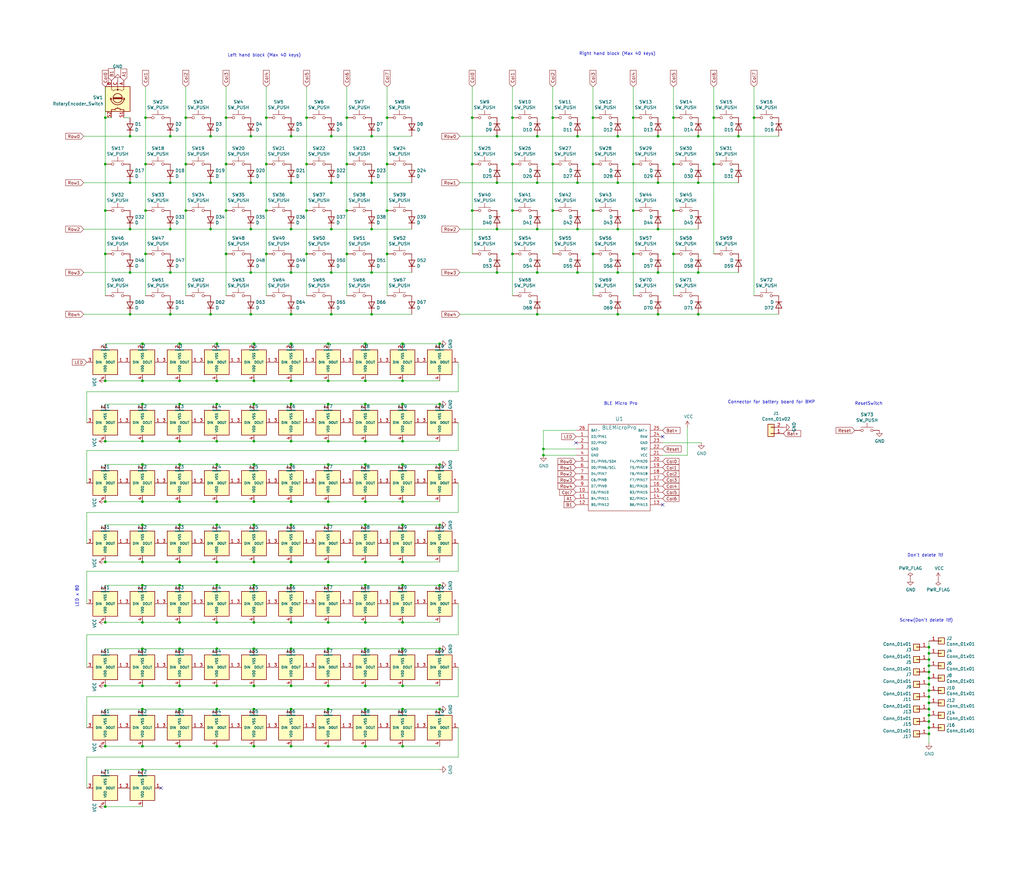
<source format=kicad_sch>
(kicad_sch (version 20211123) (generator eeschema)
  (paper "User" 419.989 360.045)
  (junction (at 210.185 104.14))
  (junction (at 165.1 205.74))
  (junction (at 125.73 67.31))
  (junction (at 119.38 215.265))
  (junction (at 76.2 48.26))
  (junction (at 102.87 74.93))
  (junction (at 152.4 111.76))
  (junction (at 180.34 215.265))
  (junction (at 203.835 111.76))
  (junction (at 381 265.43))
  (junction (at 259.715 67.31))
  (junction (at 381 298.45))
  (junction (at 165.1 140.97))
  (junction (at 119.38 55.88))
  (junction (at 276.225 67.31))
  (junction (at 381 288.29))
  (junction (at 381 295.91))
  (junction (at 88.9 281.305))
  (junction (at 259.715 86.36))
  (junction (at 236.855 93.98))
  (junction (at 73.66 255.27))
  (junction (at 152.4 74.93))
  (junction (at 58.42 315.595))
  (junction (at 236.855 111.76))
  (junction (at 226.695 48.26))
  (junction (at 142.24 104.14))
  (junction (at 381 280.67))
  (junction (at 142.24 48.26))
  (junction (at 269.875 93.98))
  (junction (at 135.89 128.905))
  (junction (at 102.87 55.88))
  (junction (at 276.225 86.36))
  (junction (at 104.14 255.27))
  (junction (at 253.365 93.98))
  (junction (at 243.205 104.14))
  (junction (at 92.71 67.31))
  (junction (at 53.34 128.905))
  (junction (at 88.9 240.03))
  (junction (at 119.38 128.905))
  (junction (at 58.42 266.065))
  (junction (at 104.14 215.265))
  (junction (at 125.73 48.26))
  (junction (at 73.66 306.07))
  (junction (at 210.185 67.31))
  (junction (at 152.4 93.98))
  (junction (at 104.14 156.21))
  (junction (at 269.875 55.88))
  (junction (at 226.695 67.31))
  (junction (at 104.14 230.505))
  (junction (at 43.18 205.74))
  (junction (at 102.87 128.905))
  (junction (at 119.38 255.27))
  (junction (at 59.69 86.36))
  (junction (at 381 270.51))
  (junction (at 86.36 74.93))
  (junction (at 193.675 48.26))
  (junction (at 58.42 281.305))
  (junction (at 149.86 290.83))
  (junction (at 180.34 266.065))
  (junction (at 226.695 86.36))
  (junction (at 69.85 111.76))
  (junction (at 125.73 104.14))
  (junction (at 43.18 48.26))
  (junction (at 165.1 240.03))
  (junction (at 276.225 104.14))
  (junction (at 86.36 55.88))
  (junction (at 59.69 67.31))
  (junction (at 88.9 190.5))
  (junction (at 165.1 290.83))
  (junction (at 259.715 104.14))
  (junction (at 253.365 55.88))
  (junction (at 149.86 230.505))
  (junction (at 43.18 86.36))
  (junction (at 180.34 290.83))
  (junction (at 88.9 165.735))
  (junction (at 104.14 140.97))
  (junction (at 43.18 180.975))
  (junction (at 142.24 67.31))
  (junction (at 152.4 55.88))
  (junction (at 86.36 93.98))
  (junction (at 134.62 205.74))
  (junction (at 104.14 165.735))
  (junction (at 286.385 111.76))
  (junction (at 149.86 165.735))
  (junction (at 220.345 93.98))
  (junction (at 59.69 48.26))
  (junction (at 43.18 156.21))
  (junction (at 165.1 230.505))
  (junction (at 104.14 190.5))
  (junction (at 58.42 180.975))
  (junction (at 210.185 86.36))
  (junction (at 165.1 180.975))
  (junction (at 119.38 230.505))
  (junction (at 210.185 48.26))
  (junction (at 119.38 140.97))
  (junction (at 104.14 240.03))
  (junction (at 134.62 165.735))
  (junction (at 309.245 48.26))
  (junction (at 149.86 266.065))
  (junction (at 165.1 190.5))
  (junction (at 104.14 281.305))
  (junction (at 165.1 266.065))
  (junction (at 53.34 111.76))
  (junction (at 58.42 205.74))
  (junction (at 73.66 180.975))
  (junction (at 104.14 306.07))
  (junction (at 119.38 290.83))
  (junction (at 102.87 111.76))
  (junction (at 134.62 190.5))
  (junction (at 134.62 266.065))
  (junction (at 58.42 156.21))
  (junction (at 88.9 266.065))
  (junction (at 73.66 290.83))
  (junction (at 73.66 215.265))
  (junction (at 158.75 67.31))
  (junction (at 220.345 55.88))
  (junction (at 253.365 128.905))
  (junction (at 73.66 190.5))
  (junction (at 109.22 104.14))
  (junction (at 73.66 230.505))
  (junction (at 73.66 240.03))
  (junction (at 165.1 156.21))
  (junction (at 69.85 93.98))
  (junction (at 119.38 205.74))
  (junction (at 43.18 330.835))
  (junction (at 220.345 128.905))
  (junction (at 134.62 255.27))
  (junction (at 135.89 93.98))
  (junction (at 381 275.59))
  (junction (at 119.38 190.5))
  (junction (at 180.34 190.5))
  (junction (at 88.9 205.74))
  (junction (at 88.9 306.07))
  (junction (at 253.365 111.76))
  (junction (at 286.385 55.88))
  (junction (at 104.14 180.975))
  (junction (at 134.62 180.975))
  (junction (at 125.73 86.36))
  (junction (at 43.18 281.305))
  (junction (at 158.75 104.14))
  (junction (at 135.89 111.76))
  (junction (at 92.71 86.36))
  (junction (at 88.9 230.505))
  (junction (at 381 285.75))
  (junction (at 149.86 306.07))
  (junction (at 193.675 67.31))
  (junction (at 180.34 140.97))
  (junction (at 203.835 74.93))
  (junction (at 69.85 55.88))
  (junction (at 165.1 215.265))
  (junction (at 119.38 111.76))
  (junction (at 149.86 190.5))
  (junction (at 73.66 165.735))
  (junction (at 152.4 128.905))
  (junction (at 92.71 48.26))
  (junction (at 135.89 74.93))
  (junction (at 134.62 306.07))
  (junction (at 53.34 74.93))
  (junction (at 109.22 67.31))
  (junction (at 381 293.37))
  (junction (at 88.9 290.83))
  (junction (at 73.66 266.065))
  (junction (at 193.675 86.36))
  (junction (at 58.42 290.83))
  (junction (at 119.38 180.975))
  (junction (at 286.385 128.905))
  (junction (at 109.22 86.36))
  (junction (at 69.85 128.905))
  (junction (at 119.38 240.03))
  (junction (at 119.38 156.21))
  (junction (at 158.75 48.26))
  (junction (at 119.38 266.065))
  (junction (at 292.735 48.26))
  (junction (at 43.18 230.505))
  (junction (at 58.42 240.03))
  (junction (at 203.835 93.98))
  (junction (at 142.24 86.36))
  (junction (at 165.1 281.305))
  (junction (at 302.895 55.88))
  (junction (at 43.18 255.27))
  (junction (at 69.85 74.93))
  (junction (at 292.735 67.31))
  (junction (at 58.42 140.97))
  (junction (at 149.86 255.27))
  (junction (at 73.66 281.305))
  (junction (at 88.9 180.975))
  (junction (at 253.365 74.93))
  (junction (at 381 278.13))
  (junction (at 243.205 48.26))
  (junction (at 119.38 93.98))
  (junction (at 158.75 86.36))
  (junction (at 58.42 190.5))
  (junction (at 165.1 306.07))
  (junction (at 119.38 281.305))
  (junction (at 222.885 186.69))
  (junction (at 92.71 104.14))
  (junction (at 220.345 74.93))
  (junction (at 134.62 290.83))
  (junction (at 220.345 111.76))
  (junction (at 73.66 156.21))
  (junction (at 269.875 74.93))
  (junction (at 88.9 156.21))
  (junction (at 165.1 255.27))
  (junction (at 53.34 93.98))
  (junction (at 259.715 48.26))
  (junction (at 86.36 128.905))
  (junction (at 165.1 165.735))
  (junction (at 222.885 184.15))
  (junction (at 381 267.97))
  (junction (at 381 290.83))
  (junction (at 109.22 48.26))
  (junction (at 102.87 93.98))
  (junction (at 134.62 140.97))
  (junction (at 53.34 55.88))
  (junction (at 149.86 140.97))
  (junction (at 381 300.99))
  (junction (at 134.62 281.305))
  (junction (at 58.42 165.735))
  (junction (at 104.14 266.065))
  (junction (at 149.86 156.21))
  (junction (at 88.9 255.27))
  (junction (at 58.42 230.505))
  (junction (at 134.62 215.265))
  (junction (at 104.14 205.74))
  (junction (at 134.62 156.21))
  (junction (at 134.62 230.505))
  (junction (at 119.38 74.93))
  (junction (at 43.18 67.31))
  (junction (at 269.875 111.76))
  (junction (at 134.62 240.03))
  (junction (at 58.42 255.27))
  (junction (at 149.86 180.975))
  (junction (at 180.34 240.03))
  (junction (at 149.86 205.74))
  (junction (at 180.34 165.735))
  (junction (at 149.86 215.265))
  (junction (at 203.835 55.88))
  (junction (at 58.42 306.07))
  (junction (at 76.2 86.36))
  (junction (at 381 273.05))
  (junction (at 119.38 306.07))
  (junction (at 59.69 104.14))
  (junction (at 76.2 67.31))
  (junction (at 135.89 55.88))
  (junction (at 236.855 55.88))
  (junction (at 286.385 74.93))
  (junction (at 43.18 306.07))
  (junction (at 43.18 104.14))
  (junction (at 149.86 281.305))
  (junction (at 236.855 74.93))
  (junction (at 243.205 67.31))
  (junction (at 381 283.21))
  (junction (at 58.42 215.265))
  (junction (at 149.86 240.03))
  (junction (at 104.14 290.83))
  (junction (at 276.225 48.26))
  (junction (at 88.9 215.265))
  (junction (at 269.875 128.905))
  (junction (at 119.38 165.735))
  (junction (at 73.66 140.97))
  (junction (at 88.9 140.97))
  (junction (at 73.66 205.74))
  (junction (at 243.205 86.36))
  (no_connect (at 271.78 179.07))
  (no_connect (at 66.04 323.215))
  (no_connect (at 271.78 207.01))
  (no_connect (at 236.22 181.61))
  (wire (pts (xy 381 270.51) (xy 381 273.05)))
  (wire (pts (xy 73.66 180.975) (xy 88.9 180.975)))
  (wire (pts (xy 35.56 234.315) (xy 35.56 247.65)))
  (wire (pts (xy 220.345 55.88) (xy 236.855 55.88)))
  (wire (pts (xy 381 300.99) (xy 381 304.8)))
  (wire (pts (xy 292.735 35.56) (xy 292.735 48.26)))
  (wire (pts (xy 43.18 140.97) (xy 58.42 140.97)))
  (wire (pts (xy 69.85 55.88) (xy 86.36 55.88)))
  (wire (pts (xy 187.96 160.655) (xy 35.56 160.655)))
  (wire (pts (xy 149.86 230.505) (xy 165.1 230.505)))
  (wire (pts (xy 236.855 111.76) (xy 253.365 111.76)))
  (wire (pts (xy 259.715 86.36) (xy 259.715 104.14)))
  (wire (pts (xy 187.96 298.45) (xy 187.96 310.515)))
  (wire (pts (xy 165.1 156.21) (xy 180.34 156.21)))
  (wire (pts (xy 187.96 210.185) (xy 35.56 210.185)))
  (wire (pts (xy 142.24 86.36) (xy 142.24 104.14)))
  (wire (pts (xy 43.18 240.03) (xy 58.42 240.03)))
  (wire (pts (xy 119.38 215.265) (xy 134.62 215.265)))
  (wire (pts (xy 203.835 93.98) (xy 220.345 93.98)))
  (wire (pts (xy 125.73 104.14) (xy 125.73 121.285)))
  (wire (pts (xy 165.1 290.83) (xy 180.34 290.83)))
  (wire (pts (xy 286.385 128.905) (xy 319.405 128.905)))
  (wire (pts (xy 119.38 240.03) (xy 134.62 240.03)))
  (wire (pts (xy 236.22 184.15) (xy 222.885 184.15)))
  (wire (pts (xy 165.1 190.5) (xy 180.34 190.5)))
  (wire (pts (xy 222.885 176.53) (xy 222.885 184.15)))
  (wire (pts (xy 168.91 111.76) (xy 152.4 111.76)))
  (wire (pts (xy 236.855 55.88) (xy 253.365 55.88)))
  (wire (pts (xy 43.18 255.27) (xy 58.42 255.27)))
  (wire (pts (xy 58.42 266.065) (xy 73.66 266.065)))
  (wire (pts (xy 292.735 48.26) (xy 292.735 67.31)))
  (wire (pts (xy 381 288.29) (xy 381 290.83)))
  (wire (pts (xy 381 293.37) (xy 381 295.91)))
  (wire (pts (xy 135.89 111.76) (xy 152.4 111.76)))
  (wire (pts (xy 73.66 255.27) (xy 88.9 255.27)))
  (wire (pts (xy 149.86 215.265) (xy 165.1 215.265)))
  (wire (pts (xy 76.2 35.56) (xy 76.2 48.26)))
  (wire (pts (xy 35.56 210.185) (xy 35.56 222.885)))
  (wire (pts (xy 104.14 180.975) (xy 119.38 180.975)))
  (wire (pts (xy 92.71 104.14) (xy 92.71 121.285)))
  (wire (pts (xy 119.38 140.97) (xy 134.62 140.97)))
  (wire (pts (xy 165.1 255.27) (xy 180.34 255.27)))
  (wire (pts (xy 58.42 140.97) (xy 73.66 140.97)))
  (wire (pts (xy 259.715 35.56) (xy 259.715 48.26)))
  (wire (pts (xy 73.66 165.735) (xy 88.9 165.735)))
  (wire (pts (xy 253.365 93.98) (xy 269.875 93.98)))
  (wire (pts (xy 142.24 35.56) (xy 142.24 48.26)))
  (wire (pts (xy 119.38 281.305) (xy 134.62 281.305)))
  (wire (pts (xy 69.85 93.98) (xy 86.36 93.98)))
  (wire (pts (xy 119.38 255.27) (xy 134.62 255.27)))
  (wire (pts (xy 187.96 247.65) (xy 187.96 260.35)))
  (wire (pts (xy 243.205 67.31) (xy 243.205 86.36)))
  (wire (pts (xy 102.87 93.98) (xy 119.38 93.98)))
  (wire (pts (xy 149.86 266.065) (xy 165.1 266.065)))
  (wire (pts (xy 73.66 205.74) (xy 88.9 205.74)))
  (wire (pts (xy 43.18 230.505) (xy 58.42 230.505)))
  (wire (pts (xy 88.9 190.5) (xy 104.14 190.5)))
  (wire (pts (xy 165.1 240.03) (xy 180.34 240.03)))
  (wire (pts (xy 92.71 86.36) (xy 92.71 104.14)))
  (wire (pts (xy 276.225 48.26) (xy 276.225 67.31)))
  (wire (pts (xy 203.835 55.88) (xy 220.345 55.88)))
  (wire (pts (xy 88.9 165.735) (xy 104.14 165.735)))
  (wire (pts (xy 243.205 104.14) (xy 243.205 121.285)))
  (wire (pts (xy 253.365 55.88) (xy 269.875 55.88)))
  (wire (pts (xy 309.245 48.26) (xy 309.245 121.285)))
  (wire (pts (xy 43.18 165.735) (xy 58.42 165.735)))
  (wire (pts (xy 210.185 67.31) (xy 210.185 86.36)))
  (wire (pts (xy 109.22 48.26) (xy 109.22 67.31)))
  (wire (pts (xy 165.1 165.735) (xy 180.34 165.735)))
  (wire (pts (xy 58.42 165.735) (xy 73.66 165.735)))
  (wire (pts (xy 381 298.45) (xy 381 300.99)))
  (wire (pts (xy 58.42 306.07) (xy 73.66 306.07)))
  (wire (pts (xy 86.36 74.93) (xy 102.87 74.93)))
  (wire (pts (xy 43.18 48.26) (xy 43.18 67.31)))
  (wire (pts (xy 226.695 67.31) (xy 226.695 86.36)))
  (wire (pts (xy 125.73 35.56) (xy 125.73 48.26)))
  (wire (pts (xy 43.18 180.975) (xy 58.42 180.975)))
  (wire (pts (xy 259.715 67.31) (xy 259.715 86.36)))
  (wire (pts (xy 134.62 205.74) (xy 149.86 205.74)))
  (wire (pts (xy 43.18 104.14) (xy 43.18 121.285)))
  (wire (pts (xy 188.595 128.905) (xy 220.345 128.905)))
  (wire (pts (xy 88.9 240.03) (xy 104.14 240.03)))
  (wire (pts (xy 243.205 35.56) (xy 243.205 48.26)))
  (wire (pts (xy 43.18 330.835) (xy 58.42 330.835)))
  (wire (pts (xy 119.38 290.83) (xy 134.62 290.83)))
  (wire (pts (xy 187.96 198.12) (xy 187.96 210.185)))
  (wire (pts (xy 243.205 86.36) (xy 243.205 104.14)))
  (wire (pts (xy 187.96 184.785) (xy 35.56 184.785)))
  (wire (pts (xy 287.655 181.61) (xy 271.78 181.61)))
  (wire (pts (xy 381 280.67) (xy 381 283.21)))
  (wire (pts (xy 73.66 156.21) (xy 88.9 156.21)))
  (wire (pts (xy 165.1 215.265) (xy 180.34 215.265)))
  (wire (pts (xy 259.715 104.14) (xy 259.715 121.285)))
  (wire (pts (xy 381 265.43) (xy 381 267.97)))
  (wire (pts (xy 187.96 173.355) (xy 187.96 184.785)))
  (wire (pts (xy 73.66 190.5) (xy 88.9 190.5)))
  (wire (pts (xy 92.71 48.26) (xy 92.71 67.31)))
  (wire (pts (xy 53.34 93.98) (xy 34.29 93.98)))
  (wire (pts (xy 58.42 240.03) (xy 73.66 240.03)))
  (wire (pts (xy 193.675 86.36) (xy 193.675 104.14)))
  (wire (pts (xy 119.38 93.98) (xy 135.89 93.98)))
  (wire (pts (xy 187.96 234.315) (xy 35.56 234.315)))
  (wire (pts (xy 276.225 86.36) (xy 276.225 104.14)))
  (wire (pts (xy 259.715 48.26) (xy 259.715 67.31)))
  (wire (pts (xy 149.86 281.305) (xy 165.1 281.305)))
  (wire (pts (xy 109.22 86.36) (xy 109.22 104.14)))
  (wire (pts (xy 43.18 35.56) (xy 43.18 48.26)))
  (wire (pts (xy 187.96 260.35) (xy 35.56 260.35)))
  (wire (pts (xy 269.875 93.98) (xy 286.385 93.98)))
  (wire (pts (xy 76.2 86.36) (xy 76.2 121.285)))
  (wire (pts (xy 134.62 180.975) (xy 149.86 180.975)))
  (wire (pts (xy 58.42 281.305) (xy 73.66 281.305)))
  (wire (pts (xy 286.385 55.88) (xy 302.895 55.88)))
  (wire (pts (xy 134.62 306.07) (xy 149.86 306.07)))
  (wire (pts (xy 158.75 104.14) (xy 158.75 121.285)))
  (wire (pts (xy 134.62 215.265) (xy 149.86 215.265)))
  (wire (pts (xy 43.18 67.31) (xy 43.18 86.36)))
  (wire (pts (xy 134.62 281.305) (xy 149.86 281.305)))
  (wire (pts (xy 125.73 67.31) (xy 125.73 86.36)))
  (wire (pts (xy 187.96 222.885) (xy 187.96 234.315)))
  (wire (pts (xy 203.835 111.76) (xy 220.345 111.76)))
  (wire (pts (xy 104.14 165.735) (xy 119.38 165.735)))
  (wire (pts (xy 381 273.05) (xy 381 275.59)))
  (wire (pts (xy 35.56 184.785) (xy 35.56 198.12)))
  (wire (pts (xy 102.87 128.905) (xy 119.38 128.905)))
  (wire (pts (xy 135.89 128.905) (xy 152.4 128.905)))
  (wire (pts (xy 253.365 111.76) (xy 269.875 111.76)))
  (wire (pts (xy 188.595 55.88) (xy 203.835 55.88)))
  (wire (pts (xy 86.36 55.88) (xy 102.87 55.88)))
  (wire (pts (xy 86.36 128.905) (xy 102.87 128.905)))
  (wire (pts (xy 109.22 67.31) (xy 109.22 86.36)))
  (wire (pts (xy 220.345 128.905) (xy 253.365 128.905)))
  (wire (pts (xy 119.38 230.505) (xy 134.62 230.505)))
  (wire (pts (xy 222.885 184.15) (xy 222.885 186.69)))
  (wire (pts (xy 158.75 86.36) (xy 158.75 104.14)))
  (wire (pts (xy 119.38 266.065) (xy 134.62 266.065)))
  (wire (pts (xy 88.9 266.065) (xy 104.14 266.065)))
  (wire (pts (xy 381 275.59) (xy 381 278.13)))
  (wire (pts (xy 88.9 230.505) (xy 104.14 230.505)))
  (wire (pts (xy 135.89 55.88) (xy 152.4 55.88)))
  (wire (pts (xy 149.86 165.735) (xy 165.1 165.735)))
  (wire (pts (xy 43.18 215.265) (xy 58.42 215.265)))
  (wire (pts (xy 381 285.75) (xy 381 288.29)))
  (wire (pts (xy 149.86 240.03) (xy 165.1 240.03)))
  (wire (pts (xy 381 278.13) (xy 381 280.67)))
  (wire (pts (xy 73.66 290.83) (xy 88.9 290.83)))
  (wire (pts (xy 88.9 281.305) (xy 104.14 281.305)))
  (wire (pts (xy 59.69 104.14) (xy 59.69 121.285)))
  (wire (pts (xy 58.42 215.265) (xy 73.66 215.265)))
  (wire (pts (xy 165.1 306.07) (xy 180.34 306.07)))
  (wire (pts (xy 134.62 140.97) (xy 149.86 140.97)))
  (wire (pts (xy 134.62 240.03) (xy 149.86 240.03)))
  (wire (pts (xy 104.14 290.83) (xy 119.38 290.83)))
  (wire (pts (xy 119.38 306.07) (xy 134.62 306.07)))
  (wire (pts (xy 104.14 281.305) (xy 119.38 281.305)))
  (wire (pts (xy 149.86 255.27) (xy 165.1 255.27)))
  (wire (pts (xy 53.34 128.905) (xy 69.85 128.905)))
  (wire (pts (xy 76.2 67.31) (xy 76.2 86.36)))
  (wire (pts (xy 53.34 111.76) (xy 34.29 111.76)))
  (wire (pts (xy 43.18 266.065) (xy 58.42 266.065)))
  (wire (pts (xy 142.24 104.14) (xy 142.24 121.285)))
  (wire (pts (xy 76.2 48.26) (xy 76.2 67.31)))
  (wire (pts (xy 88.9 205.74) (xy 104.14 205.74)))
  (wire (pts (xy 134.62 165.735) (xy 149.86 165.735)))
  (wire (pts (xy 381 262.89) (xy 381 265.43)))
  (wire (pts (xy 59.69 86.36) (xy 59.69 104.14)))
  (wire (pts (xy 104.14 306.07) (xy 119.38 306.07)))
  (wire (pts (xy 43.18 190.5) (xy 58.42 190.5)))
  (wire (pts (xy 134.62 230.505) (xy 149.86 230.505)))
  (wire (pts (xy 35.56 160.655) (xy 35.56 173.355)))
  (wire (pts (xy 168.91 74.93) (xy 152.4 74.93)))
  (wire (pts (xy 119.38 190.5) (xy 134.62 190.5)))
  (wire (pts (xy 135.89 74.93) (xy 152.4 74.93)))
  (wire (pts (xy 187.96 285.75) (xy 35.56 285.75)))
  (wire (pts (xy 236.22 176.53) (xy 222.885 176.53)))
  (wire (pts (xy 119.38 128.905) (xy 135.89 128.905)))
  (wire (pts (xy 88.9 180.975) (xy 104.14 180.975)))
  (wire (pts (xy 276.225 67.31) (xy 276.225 86.36)))
  (wire (pts (xy 125.73 86.36) (xy 125.73 104.14)))
  (wire (pts (xy 253.365 74.93) (xy 269.875 74.93)))
  (wire (pts (xy 109.22 35.56) (xy 109.22 48.26)))
  (wire (pts (xy 119.38 111.76) (xy 135.89 111.76)))
  (wire (pts (xy 236.22 186.69) (xy 222.885 186.69)))
  (wire (pts (xy 134.62 266.065) (xy 149.86 266.065)))
  (wire (pts (xy 210.185 35.56) (xy 210.185 48.26)))
  (wire (pts (xy 119.38 165.735) (xy 134.62 165.735)))
  (wire (pts (xy 43.18 306.07) (xy 58.42 306.07)))
  (wire (pts (xy 269.875 128.905) (xy 286.385 128.905)))
  (wire (pts (xy 104.14 190.5) (xy 119.38 190.5)))
  (wire (pts (xy 119.38 74.93) (xy 135.89 74.93)))
  (wire (pts (xy 149.86 180.975) (xy 165.1 180.975)))
  (wire (pts (xy 69.85 74.93) (xy 86.36 74.93)))
  (wire (pts (xy 53.34 93.98) (xy 69.85 93.98)))
  (wire (pts (xy 73.66 281.305) (xy 88.9 281.305)))
  (wire (pts (xy 165.1 180.975) (xy 180.34 180.975)))
  (wire (pts (xy 88.9 140.97) (xy 104.14 140.97)))
  (wire (pts (xy 193.675 48.26) (xy 193.675 67.31)))
  (wire (pts (xy 59.69 48.26) (xy 59.69 67.31)))
  (wire (pts (xy 187.96 310.515) (xy 35.56 310.515)))
  (wire (pts (xy 187.96 148.59) (xy 187.96 160.655)))
  (wire (pts (xy 58.42 156.21) (xy 73.66 156.21)))
  (wire (pts (xy 281.94 186.69) (xy 281.94 175.26)))
  (wire (pts (xy 269.875 111.76) (xy 286.385 111.76)))
  (wire (pts (xy 88.9 255.27) (xy 104.14 255.27)))
  (wire (pts (xy 119.38 55.88) (xy 135.89 55.88)))
  (wire (pts (xy 134.62 255.27) (xy 149.86 255.27)))
  (wire (pts (xy 220.345 93.98) (xy 236.855 93.98)))
  (wire (pts (xy 236.855 74.93) (xy 253.365 74.93)))
  (wire (pts (xy 168.91 128.905) (xy 152.4 128.905)))
  (wire (pts (xy 35.56 260.35) (xy 35.56 273.685)))
  (wire (pts (xy 226.695 86.36) (xy 226.695 104.14)))
  (wire (pts (xy 104.14 156.21) (xy 119.38 156.21)))
  (wire (pts (xy 35.56 310.515) (xy 35.56 323.215)))
  (wire (pts (xy 92.71 67.31) (xy 92.71 86.36)))
  (wire (pts (xy 276.225 35.56) (xy 276.225 48.26)))
  (wire (pts (xy 276.225 104.14) (xy 276.225 121.285)))
  (wire (pts (xy 104.14 230.505) (xy 119.38 230.505)))
  (wire (pts (xy 58.42 290.83) (xy 73.66 290.83)))
  (wire (pts (xy 135.89 93.98) (xy 152.4 93.98)))
  (wire (pts (xy 149.86 156.21) (xy 165.1 156.21)))
  (wire (pts (xy 210.185 48.26) (xy 210.185 67.31)))
  (wire (pts (xy 53.34 111.76) (xy 69.85 111.76)))
  (wire (pts (xy 125.73 48.26) (xy 125.73 67.31)))
  (wire (pts (xy 119.38 205.74) (xy 134.62 205.74)))
  (wire (pts (xy 104.14 255.27) (xy 119.38 255.27)))
  (wire (pts (xy 269.875 74.93) (xy 286.385 74.93)))
  (wire (pts (xy 73.66 215.265) (xy 88.9 215.265)))
  (wire (pts (xy 58.42 230.505) (xy 73.66 230.505)))
  (wire (pts (xy 53.34 74.93) (xy 69.85 74.93)))
  (wire (pts (xy 165.1 230.505) (xy 180.34 230.505)))
  (wire (pts (xy 253.365 128.905) (xy 269.875 128.905)))
  (wire (pts (xy 43.18 205.74) (xy 58.42 205.74)))
  (wire (pts (xy 149.86 205.74) (xy 165.1 205.74)))
  (wire (pts (xy 73.66 306.07) (xy 88.9 306.07)))
  (wire (pts (xy 104.14 215.265) (xy 119.38 215.265)))
  (wire (pts (xy 226.695 35.56) (xy 226.695 48.26)))
  (wire (pts (xy 43.18 156.21) (xy 58.42 156.21)))
  (wire (pts (xy 158.75 67.31) (xy 158.75 86.36)))
  (wire (pts (xy 165.1 205.74) (xy 180.34 205.74)))
  (wire (pts (xy 142.24 67.31) (xy 142.24 86.36)))
  (wire (pts (xy 220.345 111.76) (xy 236.855 111.76)))
  (wire (pts (xy 187.96 273.685) (xy 187.96 285.75)))
  (wire (pts (xy 73.66 266.065) (xy 88.9 266.065)))
  (wire (pts (xy 271.78 186.69) (xy 281.94 186.69)))
  (wire (pts (xy 165.1 140.97) (xy 180.34 140.97)))
  (wire (pts (xy 243.205 48.26) (xy 243.205 67.31)))
  (wire (pts (xy 109.22 104.14) (xy 109.22 121.285)))
  (wire (pts (xy 92.71 35.56) (xy 92.71 48.26)))
  (wire (pts (xy 43.18 86.36) (xy 43.18 104.14)))
  (wire (pts (xy 381 290.83) (xy 381 293.37)))
  (wire (pts (xy 58.42 205.74) (xy 73.66 205.74)))
  (wire (pts (xy 58.42 190.5) (xy 73.66 190.5)))
  (wire (pts (xy 50.8 48.26) (xy 53.34 48.26)))
  (wire (pts (xy 226.695 48.26) (xy 226.695 67.31)))
  (wire (pts (xy 158.75 35.56) (xy 158.75 48.26)))
  (wire (pts (xy 102.87 111.76) (xy 119.38 111.76)))
  (wire (pts (xy 53.34 74.93) (xy 34.29 74.93)))
  (wire (pts (xy 203.835 74.93) (xy 220.345 74.93)))
  (wire (pts (xy 158.75 48.26) (xy 158.75 67.31)))
  (wire (pts (xy 104.14 240.03) (xy 119.38 240.03)))
  (wire (pts (xy 149.86 140.97) (xy 165.1 140.97)))
  (wire (pts (xy 43.18 290.83) (xy 58.42 290.83)))
  (wire (pts (xy 210.185 104.14) (xy 210.185 121.285)))
  (wire (pts (xy 86.36 93.98) (xy 102.87 93.98)))
  (wire (pts (xy 43.18 48.26) (xy 45.72 48.26)))
  (wire (pts (xy 58.42 315.595) (xy 180.34 315.595)))
  (wire (pts (xy 53.34 55.88) (xy 69.85 55.88)))
  (wire (pts (xy 149.86 290.83) (xy 165.1 290.83)))
  (wire (pts (xy 236.855 93.98) (xy 253.365 93.98)))
  (wire (pts (xy 58.42 255.27) (xy 73.66 255.27)))
  (wire (pts (xy 59.69 35.56) (xy 59.69 48.26)))
  (wire (pts (xy 43.18 315.595) (xy 58.42 315.595)))
  (wire (pts (xy 220.345 74.93) (xy 236.855 74.93)))
  (wire (pts (xy 302.895 55.88) (xy 319.405 55.88)))
  (wire (pts (xy 193.675 35.56) (xy 193.675 48.26)))
  (wire (pts (xy 69.85 128.905) (xy 86.36 128.905)))
  (wire (pts (xy 134.62 190.5) (xy 149.86 190.5)))
  (wire (pts (xy 102.87 55.88) (xy 119.38 55.88)))
  (wire (pts (xy 193.675 67.31) (xy 193.675 86.36)))
  (wire (pts (xy 149.86 306.07) (xy 165.1 306.07)))
  (wire (pts (xy 69.85 111.76) (xy 102.87 111.76)))
  (wire (pts (xy 210.185 86.36) (xy 210.185 104.14)))
  (wire (pts (xy 35.56 285.75) (xy 35.56 298.45)))
  (wire (pts (xy 168.91 55.88) (xy 152.4 55.88)))
  (wire (pts (xy 134.62 156.21) (xy 149.86 156.21)))
  (wire (pts (xy 73.66 230.505) (xy 88.9 230.505)))
  (wire (pts (xy 292.735 67.31) (xy 292.735 104.14)))
  (wire (pts (xy 73.66 140.97) (xy 88.9 140.97)))
  (wire (pts (xy 88.9 156.21) (xy 104.14 156.21)))
  (wire (pts (xy 165.1 281.305) (xy 180.34 281.305)))
  (wire (pts (xy 53.34 128.905) (xy 34.29 128.905)))
  (wire (pts (xy 149.86 190.5) (xy 165.1 190.5)))
  (wire (pts (xy 286.385 111.76) (xy 302.895 111.76)))
  (wire (pts (xy 102.87 74.93) (xy 119.38 74.93)))
  (wire (pts (xy 269.875 55.88) (xy 286.385 55.88)))
  (wire (pts (xy 104.14 140.97) (xy 119.38 140.97)))
  (wire (pts (xy 88.9 290.83) (xy 104.14 290.83)))
  (wire (pts (xy 381 267.97) (xy 381 270.51)))
  (wire (pts (xy 88.9 306.07) (xy 104.14 306.07)))
  (wire (pts (xy 142.24 48.26) (xy 142.24 67.31)))
  (wire (pts (xy 73.66 240.03) (xy 88.9 240.03)))
  (wire (pts (xy 119.38 156.21) (xy 134.62 156.21)))
  (wire (pts (xy 188.595 74.93) (xy 203.835 74.93)))
  (wire (pts (xy 188.595 93.98) (xy 203.835 93.98)))
  (wire (pts (xy 286.385 74.93) (xy 302.895 74.93)))
  (wire (pts (xy 104.14 205.74) (xy 119.38 205.74)))
  (wire (pts (xy 59.69 67.31) (xy 59.69 86.36)))
  (wire (pts (xy 134.62 290.83) (xy 149.86 290.83)))
  (wire (pts (xy 309.245 35.56) (xy 309.245 48.26)))
  (wire (pts (xy 88.9 215.265) (xy 104.14 215.265)))
  (wire (pts (xy 58.42 180.975) (xy 73.66 180.975)))
  (wire (pts (xy 104.14 266.065) (xy 119.38 266.065)))
  (wire (pts (xy 381 283.21) (xy 381 285.75)))
  (wire (pts (xy 53.34 55.88) (xy 34.29 55.88)))
  (wire (pts (xy 43.18 281.305) (xy 58.42 281.305)))
  (wire (pts (xy 165.1 266.065) (xy 180.34 266.065)))
  (wire (pts (xy 188.595 111.76) (xy 203.835 111.76)))
  (wire (pts (xy 381 295.91) (xy 381 298.45)))
  (wire (pts (xy 119.38 180.975) (xy 134.62 180.975)))
  (wire (pts (xy 168.91 93.98) (xy 152.4 93.98)))
  (text "BLE Micro Pro" (at 247.65 166.37 0) (effects (font (size 1.27 1.27)) (justify left bottom)))
  (text "Don't delete it!" (at 372.11 228.6 0) (effects (font (size 1.27 1.27)) (justify left bottom)))
  (text "Left hand block (Max 40 keys)" (at 93.345 23.495 0) (effects (font (size 1.27 1.27)) (justify left bottom)))
  (text "Screw(Don't delete it!)" (at 368.935 255.27 0) (effects (font (size 1.27 1.27)) (justify left bottom)))
  (text "Connector for battery board for BMP" (at 298.45 165.735 0) (effects (font (size 1.27 1.27)) (justify left bottom)))
  (text "ResetSwitch" (at 350.52 166.37 0) (effects (font (size 1.27 1.27)) (justify left bottom)))
  (text "LED x 80" (at 32.385 240.03 270) (effects (font (size 1.27 1.27)) (justify right bottom)))
  (text "Right hand block (Max 40 keys)" (at 237.49 22.86 0) (effects (font (size 1.27 1.27)) (justify left bottom)))
  (global_label "Row0" (shape input) (at 34.29 55.88 180) (property "Intersheet References" "${INTERSHEET_REFS}" (effects hide)))
  (global_label "Row1" (shape input) (at 188.595 74.93 180) (property "Intersheet References" "${INTERSHEET_REFS}" (effects hide)))
  (global_label "Reset" (shape input) (at 271.78 184.15 0) (property "Intersheet References" "${INTERSHEET_REFS}" (effects hide)))
  (global_label "Col7" (shape input) (at 309.245 35.56 90) (property "Intersheet References" "${INTERSHEET_REFS}" (effects hide)))
  (global_label "Col6" (shape input) (at 271.78 204.47 0) (property "Intersheet References" "${INTERSHEET_REFS}" (effects hide)))
  (global_label "Row4" (shape input) (at 236.22 199.39 180) (property "Intersheet References" "${INTERSHEET_REFS}" (effects hide)))
  (global_label "Col4" (shape input) (at 271.78 199.39 0) (property "Intersheet References" "${INTERSHEET_REFS}" (effects hide)))
  (global_label "Row2" (shape input) (at 34.29 93.98 180) (property "Intersheet References" "${INTERSHEET_REFS}" (effects hide)))
  (global_label "Row2" (shape input) (at 188.595 93.98 180) (property "Intersheet References" "${INTERSHEET_REFS}" (effects hide)))
  (global_label "Row3" (shape input) (at 34.29 111.76 180) (property "Intersheet References" "${INTERSHEET_REFS}" (effects hide)))
  (global_label "Col7" (shape input) (at 236.22 201.93 180) (property "Intersheet References" "${INTERSHEET_REFS}" (effects hide)))
  (global_label "Row0" (shape input) (at 188.595 55.88 180) (property "Intersheet References" "${INTERSHEET_REFS}" (effects hide)))
  (global_label "Col3" (shape input) (at 271.78 196.85 0) (property "Intersheet References" "${INTERSHEET_REFS}" (effects hide)))
  (global_label "LED" (shape input) (at 35.56 148.59 180) (property "Intersheet References" "${INTERSHEET_REFS}" (effects hide)))
  (global_label "Row4" (shape input) (at 34.29 128.905 180) (property "Intersheet References" "${INTERSHEET_REFS}" (effects hide)))
  (global_label "Col0" (shape input) (at 43.18 35.56 90) (property "Intersheet References" "${INTERSHEET_REFS}" (effects hide)))
  (global_label "Row1" (shape input) (at 236.22 191.77 180) (property "Intersheet References" "${INTERSHEET_REFS}" (effects hide)))
  (global_label "Col2" (shape input) (at 271.78 194.31 0) (property "Intersheet References" "${INTERSHEET_REFS}" (effects hide)))
  (global_label "Col2" (shape input) (at 226.695 35.56 90) (property "Intersheet References" "${INTERSHEET_REFS}" (effects hide)))
  (global_label "Col4" (shape input) (at 109.22 35.56 90) (property "Intersheet References" "${INTERSHEET_REFS}" (effects hide)))
  (global_label "Col2" (shape input) (at 76.2 35.56 90) (property "Intersheet References" "${INTERSHEET_REFS}" (effects hide)))
  (global_label "Col0" (shape input) (at 271.78 189.23 0) (property "Intersheet References" "${INTERSHEET_REFS}" (effects hide)))
  (global_label "Col3" (shape input) (at 243.205 35.56 90) (property "Intersheet References" "${INTERSHEET_REFS}" (effects hide)))
  (global_label "Row4" (shape input) (at 188.595 128.905 180) (property "Intersheet References" "${INTERSHEET_REFS}" (effects hide)))
  (global_label "Row1" (shape input) (at 34.29 74.93 180) (property "Intersheet References" "${INTERSHEET_REFS}" (effects hide)))
  (global_label "Col3" (shape input) (at 92.71 35.56 90) (property "Intersheet References" "${INTERSHEET_REFS}" (effects hide)))
  (global_label "Bat+" (shape input) (at 321.31 177.8 0) (property "Intersheet References" "${INTERSHEET_REFS}" (effects hide)))
  (global_label "Row3" (shape input) (at 236.22 196.85 180) (property "Intersheet References" "${INTERSHEET_REFS}" (effects hide)))
  (global_label "Col5" (shape input) (at 276.225 35.56 90) (property "Intersheet References" "${INTERSHEET_REFS}" (effects hide)))
  (global_label "LED" (shape input) (at 236.22 179.07 180) (property "Intersheet References" "${INTERSHEET_REFS}" (effects hide)))
  (global_label "Col0" (shape input) (at 193.675 35.56 90) (property "Intersheet References" "${INTERSHEET_REFS}" (effects hide)))
  (global_label "Row2" (shape input) (at 236.22 194.31 180) (property "Intersheet References" "${INTERSHEET_REFS}" (effects hide)))
  (global_label "A1" (shape input) (at 236.22 204.47 180) (property "Intersheet References" "${INTERSHEET_REFS}" (effects hide)))
  (global_label "Col5" (shape input) (at 125.73 35.56 90) (property "Intersheet References" "${INTERSHEET_REFS}" (effects hide)))
  (global_label "Col1" (shape input) (at 210.185 35.56 90) (property "Intersheet References" "${INTERSHEET_REFS}" (effects hide)))
  (global_label "Col5" (shape input) (at 271.78 201.93 0) (property "Intersheet References" "${INTERSHEET_REFS}" (effects hide)))
  (global_label "Col4" (shape input) (at 259.715 35.56 90) (property "Intersheet References" "${INTERSHEET_REFS}" (effects hide)))
  (global_label "Col7" (shape input) (at 158.75 35.56 90) (property "Intersheet References" "${INTERSHEET_REFS}" (effects hide)))
  (global_label "Row3" (shape input) (at 188.595 111.76 180) (property "Intersheet References" "${INTERSHEET_REFS}" (effects hide)))
  (global_label "Col6" (shape input) (at 292.735 35.56 90) (property "Intersheet References" "${INTERSHEET_REFS}" (effects hide)))
  (global_label "B1" (shape input) (at 236.22 207.01 180) (property "Intersheet References" "${INTERSHEET_REFS}" (effects hide)))
  (global_label "Col1" (shape input) (at 59.69 35.56 90) (property "Intersheet References" "${INTERSHEET_REFS}" (effects hide)))
  (global_label "Bat+" (shape input) (at 271.78 176.53 0) (property "Intersheet References" "${INTERSHEET_REFS}" (effects hide)))
  (global_label "Reset" (shape input) (at 350.52 176.53 180) (property "Intersheet References" "${INTERSHEET_REFS}" (effects hide)))
  (global_label "A1" (shape input) (at 50.8 33.02 90) (property "Intersheet References" "${INTERSHEET_REFS}" (effects hide)))
  (global_label "Col6" (shape input) (at 142.24 35.56 90) (property "Intersheet References" "${INTERSHEET_REFS}" (effects hide)))
  (global_label "Col1" (shape input) (at 271.78 191.77 0) (property "Intersheet References" "${INTERSHEET_REFS}" (effects hide)))
  (global_label "B1" (shape input) (at 45.72 33.02 90) (property "Intersheet References" "${INTERSHEET_REFS}" (effects hide)))
  (global_label "Row0" (shape input) (at 236.22 189.23 180) (property "Intersheet References" "${INTERSHEET_REFS}" (effects hide)))
  (symbol (lib_id "power:PWR_FLAG") (at 373.38 237.49 0) (unit 1)
    (property "Reference" "#FLG01" (effects hide))
    (property "Value" "PWR_FLAG" (at 373.38 233.0704 0))
  )
  (symbol (lib_id "power:PWR_FLAG") (at 384.81 237.49 180) (unit 1)
    (property "Reference" "#FLG02" (effects hide))
    (property "Value" "PWR_FLAG" (at 384.81 241.8842 0))
  )
  (symbol (lib_id "power:GND") (at 373.38 237.49 0) (unit 1)
    (property "Reference" "#PWR015" (effects hide))
    (property "Value" "GND" (at 373.507 241.8842 0))
  )
  (symbol (lib_id "power:VCC") (at 384.81 237.49 0) (unit 1)
    (property "Reference" "#PWR016" (effects hide))
    (property "Value" "VCC" (at 385.2418 233.0958 0))
  )
  (symbol (lib_id "Salicylic_kbd:Micon_BLEMicroPro") (at 254 198.12 0) (unit 1)
    (property "Reference" "U1" (at 254 171.7802 0) (effects (font (size 1.524 1.524))))
    (property "Value" "BLEMicroPro" (at 254 174.4726 0) (effects (font (size 1.524 1.524)) (justify top)))
    (property "Footprint" "kbd_Parts:Micon_BMP_GL" (effects hide))
  )
  (symbol (lib_id "power:GND") (at 287.655 181.61 0) (unit 1)
    (property "Reference" "#PWR09" (effects hide))
    (property "Value" "GND" (at 287.782 186.0042 0))
  )
  (symbol (lib_id "power:VCC") (at 281.94 175.26 0) (unit 1)
    (property "Reference" "#PWR05" (effects hide))
    (property "Value" "VCC" (at 282.3718 170.8658 0))
  )
  (symbol (lib_id "power:GND") (at 222.885 186.69 0) (unit 1)
    (property "Reference" "#PWR010" (effects hide))
    (property "Value" "GND" (at 223.012 191.0842 0))
  )
  (symbol (lib_id "Switch:SW_Push") (at 64.77 48.26 0) (unit 1)
    (property "Reference" "SW2" (at 64.77 41.783 0))
    (property "Value" "SW_PUSH" (at 64.77 44.0944 0))
    (property "Footprint" "kbd_SW:CherryMX_Hotswap_1u" (effects hide))
  )
  (symbol (lib_id "Switch:SW_Push") (at 48.26 67.31 0) (unit 1)
    (property "Reference" "SW17" (at 48.26 60.833 0))
    (property "Value" "SW_PUSH" (at 48.26 63.1444 0))
    (property "Footprint" "kbd_SW:CherryMX_Hotswap_1u" (effects hide))
  )
  (symbol (lib_id "Switch:SW_Push") (at 64.77 67.31 0) (unit 1)
    (property "Reference" "SW18" (at 64.77 60.833 0))
    (property "Value" "SW_PUSH" (at 64.77 63.1444 0))
    (property "Footprint" "kbd_SW:CherryMX_Hotswap_1.5u" (effects hide))
  )
  (symbol (lib_id "Device:D") (at 53.34 52.07 90) (unit 1)
    (property "Reference" "D1" (at 55.3466 50.9016 90) (effects (justify right)))
    (property "Value" "D" (at 55.3466 53.213 90) (effects (justify right)))
    (property "Footprint" "kbd_Parts:Diode_TH_SMD" (effects hide))
  )
  (symbol (lib_id "Device:D") (at 69.85 52.07 90) (unit 1)
    (property "Reference" "D2" (at 71.8566 50.9016 90) (effects (justify right)))
    (property "Value" "D" (at 71.8566 53.213 90) (effects (justify right)))
    (property "Footprint" "kbd_Parts:Diode_TH_SMD" (effects hide))
  )
  (symbol (lib_id "Device:D") (at 69.85 71.12 90) (unit 1)
    (property "Reference" "D18" (at 71.8566 69.9516 90) (effects (justify right)))
    (property "Value" "D" (at 71.8566 72.263 90) (effects (justify right)))
    (property "Footprint" "kbd_Parts:Diode_TH_SMD" (effects hide))
  )
  (symbol (lib_id "Device:D") (at 53.34 71.12 90) (unit 1)
    (property "Reference" "D17" (at 55.3466 69.9516 90) (effects (justify right)))
    (property "Value" "D" (at 55.3466 72.263 90) (effects (justify right)))
    (property "Footprint" "kbd_Parts:Diode_TH_SMD" (effects hide))
  )
  (symbol (lib_id "Switch:SW_Push") (at 355.6 176.53 0) (unit 1)
    (property "Reference" "SW73" (at 355.6 170.053 0))
    (property "Value" "SW_PUSH" (at 355.6 172.3644 0))
    (property "Footprint" "kbd_Parts:ResetSW" (effects hide))
  )
  (symbol (lib_id "power:GND") (at 360.68 176.53 0) (unit 1)
    (property "Reference" "#PWR07" (effects hide))
    (property "Value" "GND" (at 360.807 180.9242 0))
  )
  (symbol (lib_id "Switch:SW_Push") (at 97.79 48.26 0) (unit 1)
    (property "Reference" "SW4" (at 97.79 41.783 0))
    (property "Value" "SW_PUSH" (at 97.79 44.0944 0))
    (property "Footprint" "kbd_SW:CherryMX_Hotswap_1u" (effects hide))
  )
  (symbol (lib_id "Switch:SW_Push") (at 114.3 48.26 0) (unit 1)
    (property "Reference" "SW5" (at 114.3 41.783 0))
    (property "Value" "SW_PUSH" (at 114.3 44.0944 0))
    (property "Footprint" "kbd_SW:CherryMX_Hotswap_1u" (effects hide))
  )
  (symbol (lib_id "Switch:SW_Push") (at 130.81 48.26 0) (unit 1)
    (property "Reference" "SW6" (at 130.81 41.783 0))
    (property "Value" "SW_PUSH" (at 130.81 44.0944 0))
    (property "Footprint" "kbd_SW:CherryMX_Hotswap_1u" (effects hide))
  )
  (symbol (lib_id "Switch:SW_Push") (at 81.28 48.26 0) (unit 1)
    (property "Reference" "SW3" (at 81.28 41.783 0))
    (property "Value" "SW_PUSH" (at 81.28 44.0944 0))
    (property "Footprint" "kbd_SW:CherryMX_Hotswap_1u" (effects hide))
  )
  (symbol (lib_id "Switch:SW_Push") (at 97.79 86.36 0) (unit 1)
    (property "Reference" "SW35" (at 97.79 79.883 0))
    (property "Value" "SW_PUSH" (at 97.79 82.1944 0))
    (property "Footprint" "kbd_SW:CherryMX_Hotswap_1u" (effects hide))
  )
  (symbol (lib_id "Switch:SW_Push") (at 97.79 67.31 0) (unit 1)
    (property "Reference" "SW20" (at 97.79 60.833 0))
    (property "Value" "SW_PUSH" (at 97.79 63.1444 0))
    (property "Footprint" "kbd_SW:CherryMX_Hotswap_1u" (effects hide))
  )
  (symbol (lib_id "Switch:SW_Push") (at 114.3 67.31 0) (unit 1)
    (property "Reference" "SW21" (at 114.3 60.833 0))
    (property "Value" "SW_PUSH" (at 114.3 63.1444 0))
    (property "Footprint" "kbd_SW:CherryMX_Hotswap_1u" (effects hide))
  )
  (symbol (lib_id "Switch:SW_Push") (at 130.81 67.31 0) (unit 1)
    (property "Reference" "SW22" (at 130.81 60.833 0))
    (property "Value" "SW_PUSH" (at 130.81 63.1444 0))
    (property "Footprint" "kbd_SW:CherryMX_Hotswap_1u" (effects hide))
  )
  (symbol (lib_id "Switch:SW_Push") (at 81.28 67.31 0) (unit 1)
    (property "Reference" "SW19" (at 81.28 60.833 0))
    (property "Value" "SW_PUSH" (at 81.28 63.1444 0))
    (property "Footprint" "kbd_SW:CherryMX_Hotswap_1u" (effects hide))
  )
  (symbol (lib_id "Switch:SW_Push") (at 48.26 86.36 0) (unit 1)
    (property "Reference" "SW32" (at 48.26 79.883 0))
    (property "Value" "SW_PUSH" (at 48.26 82.1944 0))
    (property "Footprint" "kbd_SW:CherryMX_Hotswap_1u" (effects hide))
  )
  (symbol (lib_id "Switch:SW_Push") (at 48.26 104.14 0) (unit 1)
    (property "Reference" "SW46" (at 48.26 97.663 0))
    (property "Value" "SW_PUSH" (at 48.26 99.9744 0))
    (property "Footprint" "kbd_SW:CherryMX_Hotswap_1u" (effects hide))
  )
  (symbol (lib_id "Switch:SW_Push") (at 64.77 86.36 0) (unit 1)
    (property "Reference" "SW33" (at 64.77 79.883 0))
    (property "Value" "SW_PUSH" (at 64.77 82.1944 0))
    (property "Footprint" "kbd_SW:CherryMX_Hotswap_1.75u" (effects hide))
  )
  (symbol (lib_id "Switch:SW_Push") (at 64.77 104.14 0) (unit 1)
    (property "Reference" "SW47" (at 64.77 97.663 0))
    (property "Value" "SW_PUSH" (at 64.77 99.9744 0))
    (property "Footprint" "kbd_SW:CherryMX_Hotswap_2.25u_Rev" (effects hide))
  )
  (symbol (lib_id "Switch:SW_Push") (at 81.28 86.36 0) (unit 1)
    (property "Reference" "SW34" (at 81.28 79.883 0))
    (property "Value" "SW_PUSH" (at 81.28 82.1944 0))
    (property "Footprint" "kbd_SW:CherryMX_Hotswap_1u" (effects hide))
  )
  (symbol (lib_id "Switch:SW_Push") (at 97.79 104.14 0) (unit 1)
    (property "Reference" "SW48" (at 97.79 97.663 0))
    (property "Value" "SW_PUSH" (at 97.79 99.9744 0))
    (property "Footprint" "kbd_SW:CherryMX_Hotswap_1u" (effects hide))
  )
  (symbol (lib_id "Switch:SW_Push") (at 114.3 104.14 0) (unit 1)
    (property "Reference" "SW49" (at 114.3 97.663 0))
    (property "Value" "SW_PUSH" (at 114.3 99.9744 0))
    (property "Footprint" "kbd_SW:CherryMX_Hotswap_1u" (effects hide))
  )
  (symbol (lib_id "Switch:SW_Push") (at 130.81 104.14 0) (unit 1)
    (property "Reference" "SW50" (at 130.81 97.663 0))
    (property "Value" "SW_PUSH" (at 130.81 99.9744 0))
    (property "Footprint" "kbd_SW:CherryMX_Hotswap_1u" (effects hide))
  )
  (symbol (lib_id "Switch:SW_Push") (at 114.3 86.36 0) (unit 1)
    (property "Reference" "SW36" (at 114.3 79.883 0))
    (property "Value" "SW_PUSH" (at 114.3 82.1944 0))
    (property "Footprint" "kbd_SW:CherryMX_Hotswap_1u" (effects hide))
  )
  (symbol (lib_id "Switch:SW_Push") (at 130.81 86.36 0) (unit 1)
    (property "Reference" "SW37" (at 130.81 79.883 0))
    (property "Value" "SW_PUSH" (at 130.81 82.1944 0))
    (property "Footprint" "kbd_SW:CherryMX_Hotswap_1u" (effects hide))
  )
  (symbol (lib_id "Device:D") (at 86.36 52.07 90) (unit 1)
    (property "Reference" "D3" (at 88.3666 50.9016 90) (effects (justify right)))
    (property "Value" "D" (at 88.3666 53.213 90) (effects (justify right)))
    (property "Footprint" "kbd_Parts:Diode_TH_SMD" (effects hide))
  )
  (symbol (lib_id "Device:D") (at 102.87 52.07 90) (unit 1)
    (property "Reference" "D4" (at 104.8766 50.9016 90) (effects (justify right)))
    (property "Value" "D" (at 104.8766 53.213 90) (effects (justify right)))
    (property "Footprint" "kbd_Parts:Diode_TH_SMD" (effects hide))
  )
  (symbol (lib_id "Device:D") (at 119.38 52.07 90) (unit 1)
    (property "Reference" "D5" (at 121.3866 50.9016 90) (effects (justify right)))
    (property "Value" "D" (at 121.3866 53.213 90) (effects (justify right)))
    (property "Footprint" "kbd_Parts:Diode_TH_SMD" (effects hide))
  )
  (symbol (lib_id "Device:D") (at 135.89 52.07 90) (unit 1)
    (property "Reference" "D6" (at 137.8966 50.9016 90) (effects (justify right)))
    (property "Value" "D" (at 137.8966 53.213 90) (effects (justify right)))
    (property "Footprint" "kbd_Parts:Diode_TH_SMD" (effects hide))
  )
  (symbol (lib_id "Device:D") (at 135.89 71.12 90) (unit 1)
    (property "Reference" "D22" (at 137.8966 69.9516 90) (effects (justify right)))
    (property "Value" "D" (at 137.8966 72.263 90) (effects (justify right)))
    (property "Footprint" "kbd_Parts:Diode_TH_SMD" (effects hide))
  )
  (symbol (lib_id "Device:D") (at 135.89 90.17 90) (unit 1)
    (property "Reference" "D37" (at 137.8966 89.0016 90) (effects (justify right)))
    (property "Value" "D" (at 137.8966 91.313 90) (effects (justify right)))
    (property "Footprint" "kbd_Parts:Diode_TH_SMD" (effects hide))
  )
  (symbol (lib_id "Device:D") (at 135.89 107.95 90) (unit 1)
    (property "Reference" "D50" (at 137.8966 106.7816 90) (effects (justify right)))
    (property "Value" "D" (at 137.8966 109.093 90) (effects (justify right)))
    (property "Footprint" "kbd_Parts:Diode_TH_SMD" (effects hide))
  )
  (symbol (lib_id "Device:D") (at 119.38 107.95 90) (unit 1)
    (property "Reference" "D49" (at 121.3866 106.7816 90) (effects (justify right)))
    (property "Value" "D" (at 121.3866 109.093 90) (effects (justify right)))
    (property "Footprint" "kbd_Parts:Diode_TH_SMD" (effects hide))
  )
  (symbol (lib_id "Device:D") (at 119.38 90.17 90) (unit 1)
    (property "Reference" "D36" (at 121.3866 89.0016 90) (effects (justify right)))
    (property "Value" "D" (at 121.3866 91.313 90) (effects (justify right)))
    (property "Footprint" "kbd_Parts:Diode_TH_SMD" (effects hide))
  )
  (symbol (lib_id "Device:D") (at 119.38 71.12 90) (unit 1)
    (property "Reference" "D21" (at 121.3866 69.9516 90) (effects (justify right)))
    (property "Value" "D" (at 121.3866 72.263 90) (effects (justify right)))
    (property "Footprint" "kbd_Parts:Diode_TH_SMD" (effects hide))
  )
  (symbol (lib_id "Device:D") (at 102.87 71.12 90) (unit 1)
    (property "Reference" "D20" (at 104.8766 69.9516 90) (effects (justify right)))
    (property "Value" "D" (at 104.8766 72.263 90) (effects (justify right)))
    (property "Footprint" "kbd_Parts:Diode_TH_SMD" (effects hide))
  )
  (symbol (lib_id "Device:D") (at 86.36 71.12 90) (unit 1)
    (property "Reference" "D19" (at 88.3666 69.9516 90) (effects (justify right)))
    (property "Value" "D" (at 88.3666 72.263 90) (effects (justify right)))
    (property "Footprint" "kbd_Parts:Diode_TH_SMD" (effects hide))
  )
  (symbol (lib_id "Device:D") (at 86.36 90.17 90) (unit 1)
    (property "Reference" "D34" (at 88.3666 89.0016 90) (effects (justify right)))
    (property "Value" "D" (at 88.3666 91.313 90) (effects (justify right)))
    (property "Footprint" "kbd_Parts:Diode_TH_SMD" (effects hide))
  )
  (symbol (lib_id "Device:D") (at 102.87 90.17 90) (unit 1)
    (property "Reference" "D35" (at 104.8766 89.0016 90) (effects (justify right)))
    (property "Value" "D" (at 104.8766 91.313 90) (effects (justify right)))
    (property "Footprint" "kbd_Parts:Diode_TH_SMD" (effects hide))
  )
  (symbol (lib_id "Device:D") (at 102.87 107.95 90) (unit 1)
    (property "Reference" "D48" (at 104.8766 106.7816 90) (effects (justify right)))
    (property "Value" "D" (at 104.8766 109.093 90) (effects (justify right)))
    (property "Footprint" "kbd_Parts:Diode_TH_SMD" (effects hide))
  )
  (symbol (lib_id "Device:D") (at 69.85 107.95 90) (unit 1)
    (property "Reference" "D47" (at 71.8566 106.7816 90) (effects (justify right)))
    (property "Value" "D" (at 71.8566 109.093 90) (effects (justify right)))
    (property "Footprint" "kbd_Parts:Diode_TH_SMD" (effects hide))
  )
  (symbol (lib_id "Device:D") (at 69.85 90.17 90) (unit 1)
    (property "Reference" "D33" (at 71.8566 89.0016 90) (effects (justify right)))
    (property "Value" "D" (at 71.8566 91.313 90) (effects (justify right)))
    (property "Footprint" "kbd_Parts:Diode_TH_SMD" (effects hide))
  )
  (symbol (lib_id "Device:D") (at 53.34 90.17 90) (unit 1)
    (property "Reference" "D32" (at 55.3466 89.0016 90) (effects (justify right)))
    (property "Value" "D" (at 55.3466 91.313 90) (effects (justify right)))
    (property "Footprint" "kbd_Parts:Diode_TH_SMD" (effects hide))
  )
  (symbol (lib_id "Device:D") (at 53.34 107.95 90) (unit 1)
    (property "Reference" "D46" (at 55.3466 106.7816 90) (effects (justify right)))
    (property "Value" "D" (at 55.3466 109.093 90) (effects (justify right)))
    (property "Footprint" "kbd_Parts:Diode_TH_SMD" (effects hide))
  )
  (symbol (lib_id "Switch:SW_Push") (at 48.26 121.285 0) (unit 1)
    (property "Reference" "SW60" (at 48.26 114.808 0))
    (property "Value" "SW_PUSH" (at 48.26 117.1194 0))
    (property "Footprint" "kbd_SW:CherryMX_Hotswap_1u" (effects hide))
  )
  (symbol (lib_id "Switch:SW_Push") (at 64.77 121.285 0) (unit 1)
    (property "Reference" "SW61" (at 64.77 114.808 0))
    (property "Value" "SW_PUSH" (at 64.77 117.1194 0))
    (property "Footprint" "kbd_SW:CherryMX_Hotswap_1.25u" (effects hide))
  )
  (symbol (lib_id "Switch:SW_Push") (at 81.28 121.285 0) (unit 1)
    (property "Reference" "SW62" (at 81.28 114.808 0))
    (property "Value" "SW_PUSH" (at 81.28 117.1194 0))
    (property "Footprint" "kbd_SW:CherryMX_Hotswap_1.25u" (effects hide))
  )
  (symbol (lib_id "Switch:SW_Push") (at 97.79 121.285 0) (unit 1)
    (property "Reference" "SW63" (at 97.79 114.808 0))
    (property "Value" "SW_PUSH" (at 97.79 117.1194 0))
    (property "Footprint" "kbd_SW:CherryMX_Hotswap_1.25u" (effects hide))
  )
  (symbol (lib_id "Switch:SW_Push") (at 114.3 121.285 0) (unit 1)
    (property "Reference" "SW64" (at 114.3 114.808 0))
    (property "Value" "SW_PUSH" (at 114.3 117.1194 0))
    (property "Footprint" "kbd_SW:CherryMX_Hotswap_1u" (effects hide))
  )
  (symbol (lib_id "Switch:SW_Push") (at 130.81 121.285 0) (unit 1)
    (property "Reference" "SW65" (at 130.81 114.808 0))
    (property "Value" "SW_PUSH" (at 130.81 117.1194 0))
    (property "Footprint" "kbd_SW:CherryMX_Hotswap_1u" (effects hide))
  )
  (symbol (lib_id "Device:D") (at 53.34 125.095 90) (unit 1)
    (property "Reference" "D60" (at 55.3466 123.9266 90) (effects (justify right)))
    (property "Value" "D" (at 55.3466 126.238 90) (effects (justify right)))
    (property "Footprint" "kbd_Parts:Diode_TH_SMD" (effects hide))
  )
  (symbol (lib_id "Device:D") (at 69.85 125.095 90) (unit 1)
    (property "Reference" "D61" (at 71.8566 123.9266 90) (effects (justify right)))
    (property "Value" "D" (at 71.8566 126.238 90) (effects (justify right)))
    (property "Footprint" "kbd_Parts:Diode_TH_SMD" (effects hide))
  )
  (symbol (lib_id "Device:D") (at 86.36 125.095 90) (unit 1)
    (property "Reference" "D62" (at 88.3666 123.9266 90) (effects (justify right)))
    (property "Value" "D" (at 88.3666 126.238 90) (effects (justify right)))
    (property "Footprint" "kbd_Parts:Diode_TH_SMD" (effects hide))
  )
  (symbol (lib_id "Device:D") (at 102.87 125.095 90) (unit 1)
    (property "Reference" "D63" (at 104.8766 123.9266 90) (effects (justify right)))
    (property "Value" "D" (at 104.8766 126.238 90) (effects (justify right)))
    (property "Footprint" "kbd_Parts:Diode_TH_SMD" (effects hide))
  )
  (symbol (lib_id "Device:D") (at 119.38 125.095 90) (unit 1)
    (property "Reference" "D64" (at 121.3866 123.9266 90) (effects (justify right)))
    (property "Value" "D" (at 121.3866 126.238 90) (effects (justify right)))
    (property "Footprint" "kbd_Parts:Diode_TH_SMD" (effects hide))
  )
  (symbol (lib_id "Device:D") (at 135.89 125.095 90) (unit 1)
    (property "Reference" "D65" (at 137.8966 123.9266 90) (effects (justify right)))
    (property "Value" "D" (at 137.8966 126.238 90) (effects (justify right)))
    (property "Footprint" "kbd_Parts:Diode_TH_SMD" (effects hide))
  )
  (symbol (lib_id "Salicylic_kbd:LED_SK6812MINI-E") (at 43.18 148.59 0) (mirror x) (unit 1)
    (property "Reference" "L1" (at 43.18 141.9352 0) (effects (font (size 1.2954 1.2954))))
    (property "Value" "SK6812MINI" (at 43.18 143.5862 0) (effects (font (size 0.4064 0.4064))))
    (property "Footprint" "kbd_Parts:LED_SK6812MINI-E_BL" (effects hide))
  )
  (symbol (lib_id "Salicylic_kbd:LED_SK6812MINI-E") (at 58.42 148.59 0) (mirror x) (unit 1)
    (property "Reference" "L2" (at 58.42 141.9352 0) (effects (font (size 1.2954 1.2954))))
    (property "Value" "SK6812MINI" (at 58.42 143.5862 0) (effects (font (size 0.4064 0.4064))))
    (property "Footprint" "kbd_Parts:LED_SK6812MINI-E_BL" (effects hide))
  )
  (symbol (lib_id "power:VCC") (at 43.18 156.21 90) (mirror x) (unit 1)
    (property "Reference" "#PWR03" (effects hide))
    (property "Value" "VCC" (at 38.7858 156.6418 0))
  )
  (symbol (lib_id "power:GND") (at 180.34 140.97 90) (mirror x) (unit 1)
    (property "Reference" "#PWR02" (effects hide))
    (property "Value" "GND" (at 184.7342 141.097 0))
  )
  (symbol (lib_id "power:GND") (at 321.31 175.26 90) (unit 1)
    (property "Reference" "#PWR06" (effects hide))
    (property "Value" "GND" (at 325.7042 175.133 0))
  )
  (symbol (lib_id "Salicylic_kbd:LED_SK6812MINI-E") (at 73.66 148.59 0) (mirror x) (unit 1)
    (property "Reference" "L3" (at 73.66 141.9352 0) (effects (font (size 1.2954 1.2954))))
    (property "Value" "SK6812MINI" (at 73.66 143.5862 0) (effects (font (size 0.4064 0.4064))))
    (property "Footprint" "kbd_Parts:LED_SK6812MINI-E_BL" (effects hide))
  )
  (symbol (lib_id "Salicylic_kbd:LED_SK6812MINI-E") (at 88.9 148.59 0) (mirror x) (unit 1)
    (property "Reference" "L4" (at 88.9 141.9352 0) (effects (font (size 1.2954 1.2954))))
    (property "Value" "SK6812MINI" (at 88.9 143.5862 0) (effects (font (size 0.4064 0.4064))))
    (property "Footprint" "kbd_Parts:LED_SK6812MINI-E_BL" (effects hide))
  )
  (symbol (lib_id "Salicylic_kbd:LED_SK6812MINI-E") (at 104.14 148.59 0) (mirror x) (unit 1)
    (property "Reference" "L5" (at 104.14 141.9352 0) (effects (font (size 1.2954 1.2954))))
    (property "Value" "SK6812MINI" (at 104.14 143.5862 0) (effects (font (size 0.4064 0.4064))))
    (property "Footprint" "kbd_Parts:LED_SK6812MINI-E_BL" (effects hide))
  )
  (symbol (lib_id "Salicylic_kbd:LED_SK6812MINI-E") (at 119.38 148.59 0) (mirror x) (unit 1)
    (property "Reference" "L6" (at 119.38 141.9352 0) (effects (font (size 1.2954 1.2954))))
    (property "Value" "SK6812MINI" (at 119.38 143.5862 0) (effects (font (size 0.4064 0.4064))))
    (property "Footprint" "kbd_Parts:LED_SK6812MINI-E_BL" (effects hide))
  )
  (symbol (lib_id "Connector_Generic:Conn_01x01") (at 386.08 283.21 0) (unit 1)
    (property "Reference" "J10" (at 388.112 282.1432 0) (effects (justify left)))
    (property "Value" "Conn_01x01" (at 388.112 284.4546 0) (effects (justify left)))
    (property "Footprint" "kbd_Hole:m2_Screw_Hole_Fab" (effects hide))
  )
  (symbol (lib_id "Connector_Generic:Conn_01x01") (at 375.92 285.75 180) (unit 1)
    (property "Reference" "J11" (at 373.888 286.8168 0) (effects (justify left)))
    (property "Value" "Conn_01x01" (at 373.888 284.5054 0) (effects (justify left)))
    (property "Footprint" "kbd_Hole:m2_Screw_Hole_EdgeCuts" (effects hide))
  )
  (symbol (lib_id "power:GND") (at 381 304.8 0) (unit 1)
    (property "Reference" "#PWR022" (effects hide))
    (property "Value" "GND" (at 381.127 309.1942 0))
  )
  (symbol (lib_id "Connector_Generic:Conn_01x01") (at 386.08 288.29 0) (unit 1)
    (property "Reference" "J12" (at 388.112 287.2232 0) (effects (justify left)))
    (property "Value" "Conn_01x01" (at 388.112 289.5346 0) (effects (justify left)))
    (property "Footprint" "kbd_Hole:m2_Screw_Hole_Fab" (effects hide))
  )
  (symbol (lib_id "Connector_Generic:Conn_01x01") (at 375.92 290.83 180) (unit 1)
    (property "Reference" "J13" (at 373.888 291.8968 0) (effects (justify left)))
    (property "Value" "Conn_01x01" (at 373.888 289.5854 0) (effects (justify left)))
    (property "Footprint" "kbd_Hole:m2_Screw_Hole_EdgeCuts" (effects hide))
  )
  (symbol (lib_id "Salicylic_kbd:LED_SK6812MINI-E") (at 134.62 148.59 0) (mirror x) (unit 1)
    (property "Reference" "L7" (at 134.62 141.9352 0) (effects (font (size 1.2954 1.2954))))
    (property "Value" "SK6812MINI" (at 134.62 143.5862 0) (effects (font (size 0.4064 0.4064))))
    (property "Footprint" "kbd_Parts:LED_SK6812MINI-E_BL" (effects hide))
  )
  (symbol (lib_id "Salicylic_kbd:LED_SK6812MINI-E") (at 149.86 148.59 0) (mirror x) (unit 1)
    (property "Reference" "L8" (at 149.86 141.9352 0) (effects (font (size 1.2954 1.2954))))
    (property "Value" "SK6812MINI" (at 149.86 143.5862 0) (effects (font (size 0.4064 0.4064))))
    (property "Footprint" "kbd_Parts:LED_SK6812MINI-E_BL" (effects hide))
  )
  (symbol (lib_id "Salicylic_kbd:LED_SK6812MINI-E") (at 165.1 148.59 0) (mirror x) (unit 1)
    (property "Reference" "L9" (at 165.1 141.9352 0) (effects (font (size 1.2954 1.2954))))
    (property "Value" "SK6812MINI" (at 165.1 143.5862 0) (effects (font (size 0.4064 0.4064))))
    (property "Footprint" "kbd_Parts:LED_SK6812MINI-E_BL" (effects hide))
  )
  (symbol (lib_id "Salicylic_kbd:LED_SK6812MINI-E") (at 180.34 148.59 0) (mirror x) (unit 1)
    (property "Reference" "L10" (at 180.34 141.9352 0) (effects (font (size 1.2954 1.2954))))
    (property "Value" "SK6812MINI" (at 180.34 143.5862 0) (effects (font (size 0.4064 0.4064))))
    (property "Footprint" "kbd_Parts:LED_SK6812MINI-E_BL" (effects hide))
  )
  (symbol (lib_id "Connector_Generic:Conn_01x02") (at 316.23 177.8 180) (unit 1)
    (property "Reference" "J1" (at 318.3128 169.545 0))
    (property "Value" "Conn_01x02" (at 318.3128 171.8564 0))
    (property "Footprint" "kbd_Parts:Battery_XH2.5_GL_PCB" (effects hide))
  )
  (symbol (lib_id "Device:D") (at 152.4 125.095 90) (unit 1)
    (property "Reference" "D66" (at 154.4066 123.9266 90) (effects (justify right)))
    (property "Value" "D" (at 154.4066 126.238 90) (effects (justify right)))
    (property "Footprint" "kbd_Parts:Diode_TH_SMD" (effects hide))
  )
  (symbol (lib_id "Switch:SW_Push") (at 147.32 121.285 0) (unit 1)
    (property "Reference" "SW66" (at 147.32 114.808 0))
    (property "Value" "SW_PUSH" (at 147.32 117.1194 0))
    (property "Footprint" "kbd_SW:CherryMX_Hotswap_1u" (effects hide))
  )
  (symbol (lib_id "Switch:SW_Push") (at 147.32 104.14 0) (unit 1)
    (property "Reference" "SW51" (at 147.32 97.663 0))
    (property "Value" "SW_PUSH" (at 147.32 99.9744 0))
    (property "Footprint" "kbd_SW:CherryMX_Hotswap_1u" (effects hide))
  )
  (symbol (lib_id "Switch:SW_Push") (at 147.32 86.36 0) (unit 1)
    (property "Reference" "SW38" (at 147.32 79.883 0))
    (property "Value" "SW_PUSH" (at 147.32 82.1944 0))
    (property "Footprint" "kbd_SW:CherryMX_Hotswap_1u" (effects hide))
  )
  (symbol (lib_id "Switch:SW_Push") (at 147.32 67.31 0) (unit 1)
    (property "Reference" "SW23" (at 147.32 60.833 0))
    (property "Value" "SW_PUSH" (at 147.32 63.1444 0))
    (property "Footprint" "kbd_SW:CherryMX_Hotswap_1u" (effects hide))
  )
  (symbol (lib_id "Switch:SW_Push") (at 147.32 48.26 0) (unit 1)
    (property "Reference" "SW7" (at 147.32 41.783 0))
    (property "Value" "SW_PUSH" (at 147.32 44.0944 0))
    (property "Footprint" "kbd_SW:CherryMX_Hotswap_1u" (effects hide))
  )
  (symbol (lib_id "Device:D") (at 152.4 107.95 90) (unit 1)
    (property "Reference" "D51" (at 154.4066 106.7816 90) (effects (justify right)))
    (property "Value" "D" (at 154.4066 109.093 90) (effects (justify right)))
    (property "Footprint" "kbd_Parts:Diode_TH_SMD" (effects hide))
  )
  (symbol (lib_id "Device:D") (at 152.4 90.17 90) (unit 1)
    (property "Reference" "D38" (at 154.4066 89.0016 90) (effects (justify right)))
    (property "Value" "D" (at 154.4066 91.313 90) (effects (justify right)))
    (property "Footprint" "kbd_Parts:Diode_TH_SMD" (effects hide))
  )
  (symbol (lib_id "Device:D") (at 152.4 71.12 90) (unit 1)
    (property "Reference" "D23" (at 154.4066 69.9516 90) (effects (justify right)))
    (property "Value" "D" (at 154.4066 72.263 90) (effects (justify right)))
    (property "Footprint" "kbd_Parts:Diode_TH_SMD" (effects hide))
  )
  (symbol (lib_id "Device:D") (at 152.4 52.07 90) (unit 1)
    (property "Reference" "D7" (at 154.4066 50.9016 90) (effects (justify right)))
    (property "Value" "D" (at 154.4066 53.213 90) (effects (justify right)))
    (property "Footprint" "kbd_Parts:Diode_TH_SMD" (effects hide))
  )
  (symbol (lib_id "Device:D") (at 203.835 52.07 270) (unit 1)
    (property "Reference" "D9" (at 201.8284 53.2384 90) (effects (justify right)))
    (property "Value" "D" (at 201.8284 50.927 90) (effects (justify right)))
    (property "Footprint" "kbd_Parts:Diode_TH_SMD" (effects hide))
  )
  (symbol (lib_id "Device:D") (at 203.835 71.12 270) (unit 1)
    (property "Reference" "D25" (at 201.8284 72.2884 90) (effects (justify right)))
    (property "Value" "D" (at 201.8284 69.977 90) (effects (justify right)))
    (property "Footprint" "kbd_Parts:Diode_TH_SMD" (effects hide))
  )
  (symbol (lib_id "Device:D") (at 203.835 90.17 270) (unit 1)
    (property "Reference" "D40" (at 201.8284 91.3384 90) (effects (justify right)))
    (property "Value" "D" (at 201.8284 89.027 90) (effects (justify right)))
    (property "Footprint" "kbd_Parts:Diode_TH_SMD" (effects hide))
  )
  (symbol (lib_id "Device:D") (at 203.835 107.95 270) (unit 1)
    (property "Reference" "D53" (at 201.8284 109.1184 90) (effects (justify right)))
    (property "Value" "D" (at 201.8284 106.807 90) (effects (justify right)))
    (property "Footprint" "kbd_Parts:Diode_TH_SMD" (effects hide))
  )
  (symbol (lib_id "Switch:SW_Push") (at 198.755 104.14 0) (unit 1)
    (property "Reference" "SW53" (at 198.755 97.663 0))
    (property "Value" "SW_PUSH" (at 198.755 99.9744 0))
    (property "Footprint" "kbd_SW:CherryMX_Hotswap_1u" (effects hide))
  )
  (symbol (lib_id "Switch:SW_Push") (at 198.755 86.36 0) (unit 1)
    (property "Reference" "SW40" (at 198.755 79.883 0))
    (property "Value" "SW_PUSH" (at 198.755 82.1944 0))
    (property "Footprint" "kbd_SW:CherryMX_Hotswap_1u" (effects hide))
  )
  (symbol (lib_id "Switch:SW_Push") (at 198.755 67.31 0) (unit 1)
    (property "Reference" "SW25" (at 198.755 60.833 0))
    (property "Value" "SW_PUSH" (at 198.755 63.1444 0))
    (property "Footprint" "kbd_SW:CherryMX_Hotswap_1u" (effects hide))
  )
  (symbol (lib_id "Switch:SW_Push") (at 198.755 48.26 0) (unit 1)
    (property "Reference" "SW9" (at 198.755 41.783 0))
    (property "Value" "SW_PUSH" (at 198.755 44.0944 0))
    (property "Footprint" "kbd_SW:CherryMX_Hotswap_1u" (effects hide))
  )
  (symbol (lib_id "Switch:SW_Push") (at 231.775 104.14 0) (unit 1)
    (property "Reference" "SW55" (at 231.775 97.663 0))
    (property "Value" "SW_PUSH" (at 231.775 99.9744 0))
    (property "Footprint" "kbd_SW:CherryMX_Hotswap_1u" (effects hide))
  )
  (symbol (lib_id "Device:D") (at 236.855 107.95 270) (unit 1)
    (property "Reference" "D55" (at 234.8484 109.1184 90) (effects (justify right)))
    (property "Value" "D" (at 234.8484 106.807 90) (effects (justify right)))
    (property "Footprint" "kbd_Parts:Diode_TH_SMD" (effects hide))
  )
  (symbol (lib_id "Device:D") (at 286.385 125.095 270) (unit 1)
    (property "Reference" "D71" (at 284.3784 126.2634 90) (effects (justify right)))
    (property "Value" "D" (at 284.3784 123.952 90) (effects (justify right)))
    (property "Footprint" "kbd_Parts:Diode_TH_SMD" (effects hide))
  )
  (symbol (lib_id "Device:D") (at 269.875 125.095 270) (unit 1)
    (property "Reference" "D70" (at 267.8684 126.2634 90) (effects (justify right)))
    (property "Value" "D" (at 267.8684 123.952 90) (effects (justify right)))
    (property "Footprint" "kbd_Parts:Diode_TH_SMD" (effects hide))
  )
  (symbol (lib_id "Device:D") (at 253.365 125.095 270) (unit 1)
    (property "Reference" "D69" (at 251.3584 126.2634 90) (effects (justify right)))
    (property "Value" "D" (at 251.3584 123.952 90) (effects (justify right)))
    (property "Footprint" "kbd_Parts:Diode_TH_SMD" (effects hide))
  )
  (symbol (lib_id "Device:D") (at 220.345 125.095 270) (unit 1)
    (property "Reference" "D68" (at 218.3384 126.2634 90) (effects (justify right)))
    (property "Value" "D" (at 218.3384 123.952 90) (effects (justify right)))
    (property "Footprint" "kbd_Parts:Diode_TH_SMD" (effects hide))
  )
  (symbol (lib_id "Switch:SW_Push") (at 281.305 121.285 0) (unit 1)
    (property "Reference" "SW71" (at 281.305 114.808 0))
    (property "Value" "SW_PUSH" (at 281.305 117.1194 0))
    (property "Footprint" "kbd_SW:CherryMX_Hotswap_1.5u" (effects hide))
  )
  (symbol (lib_id "Switch:SW_Push") (at 264.795 121.285 0) (unit 1)
    (property "Reference" "SW70" (at 264.795 114.808 0))
    (property "Value" "SW_PUSH" (at 264.795 117.1194 0))
    (property "Footprint" "kbd_SW:CherryMX_Hotswap_1.5u" (effects hide))
  )
  (symbol (lib_id "Switch:SW_Push") (at 248.285 121.285 0) (unit 1)
    (property "Reference" "SW69" (at 248.285 114.808 0))
    (property "Value" "SW_PUSH" (at 248.285 117.1194 0))
    (property "Footprint" "kbd_SW:CherryMX_Hotswap_1.25u" (effects hide))
  )
  (symbol (lib_id "Switch:SW_Push") (at 215.265 121.285 0) (unit 1)
    (property "Reference" "SW68" (at 215.265 114.808 0))
    (property "Value" "SW_PUSH" (at 215.265 117.1194 0))
    (property "Footprint" "kbd_SW:CherryMX_Hotswap_2u_Rev" (effects hide))
  )
  (symbol (lib_id "Switch:SW_Push") (at 231.775 48.26 0) (unit 1)
    (property "Reference" "SW11" (at 231.775 41.783 0))
    (property "Value" "SW_PUSH" (at 231.775 44.0944 0))
    (property "Footprint" "kbd_SW:CherryMX_Hotswap_1u" (effects hide))
  )
  (symbol (lib_id "Switch:SW_Push") (at 231.775 67.31 0) (unit 1)
    (property "Reference" "SW27" (at 231.775 60.833 0))
    (property "Value" "SW_PUSH" (at 231.775 63.1444 0))
    (property "Footprint" "kbd_SW:CherryMX_Hotswap_1u" (effects hide))
  )
  (symbol (lib_id "Switch:SW_Push") (at 231.775 86.36 0) (unit 1)
    (property "Reference" "SW42" (at 231.775 79.883 0))
    (property "Value" "SW_PUSH" (at 231.775 82.1944 0))
    (property "Footprint" "kbd_SW:CherryMX_Hotswap_1u" (effects hide))
  )
  (symbol (lib_id "Switch:SW_Push") (at 215.265 104.14 0) (unit 1)
    (property "Reference" "SW54" (at 215.265 97.663 0))
    (property "Value" "SW_PUSH" (at 215.265 99.9744 0))
    (property "Footprint" "kbd_SW:CherryMX_Hotswap_1u" (effects hide))
  )
  (symbol (lib_id "Switch:SW_Push") (at 215.265 86.36 0) (unit 1)
    (property "Reference" "SW41" (at 215.265 79.883 0))
    (property "Value" "SW_PUSH" (at 215.265 82.1944 0))
    (property "Footprint" "kbd_SW:CherryMX_Hotswap_1u" (effects hide))
  )
  (symbol (lib_id "Switch:SW_Push") (at 215.265 67.31 0) (unit 1)
    (property "Reference" "SW26" (at 215.265 60.833 0))
    (property "Value" "SW_PUSH" (at 215.265 63.1444 0))
    (property "Footprint" "kbd_SW:CherryMX_Hotswap_1u" (effects hide))
  )
  (symbol (lib_id "Switch:SW_Push") (at 215.265 48.26 0) (unit 1)
    (property "Reference" "SW10" (at 215.265 41.783 0))
    (property "Value" "SW_PUSH" (at 215.265 44.0944 0))
    (property "Footprint" "kbd_SW:CherryMX_Hotswap_1u" (effects hide))
  )
  (symbol (lib_id "Switch:SW_Push") (at 264.795 48.26 0) (unit 1)
    (property "Reference" "SW13" (at 264.795 41.783 0))
    (property "Value" "SW_PUSH" (at 264.795 44.0944 0))
    (property "Footprint" "kbd_SW:CherryMX_Hotswap_1u" (effects hide))
  )
  (symbol (lib_id "Switch:SW_Push") (at 264.795 67.31 0) (unit 1)
    (property "Reference" "SW29" (at 264.795 60.833 0))
    (property "Value" "SW_PUSH" (at 264.795 63.1444 0))
    (property "Footprint" "kbd_SW:CherryMX_Hotswap_1u" (effects hide))
  )
  (symbol (lib_id "Switch:SW_Push") (at 264.795 86.36 0) (unit 1)
    (property "Reference" "SW44" (at 264.795 79.883 0))
    (property "Value" "SW_PUSH" (at 264.795 82.1944 0))
    (property "Footprint" "kbd_SW:CherryMX_Hotswap_1u" (effects hide))
  )
  (symbol (lib_id "Switch:SW_Push") (at 264.795 104.14 0) (unit 1)
    (property "Reference" "SW57" (at 264.795 97.663 0))
    (property "Value" "SW_PUSH" (at 264.795 99.9744 0))
    (property "Footprint" "kbd_SW:CherryMX_Hotswap_1u" (effects hide))
  )
  (symbol (lib_id "Switch:SW_Push") (at 248.285 104.14 0) (unit 1)
    (property "Reference" "SW56" (at 248.285 97.663 0))
    (property "Value" "SW_PUSH" (at 248.285 99.9744 0))
    (property "Footprint" "kbd_SW:CherryMX_Hotswap_1u" (effects hide))
  )
  (symbol (lib_id "Switch:SW_Push") (at 248.285 86.36 0) (unit 1)
    (property "Reference" "SW43" (at 248.285 79.883 0))
    (property "Value" "SW_PUSH" (at 248.285 82.1944 0))
    (property "Footprint" "kbd_SW:CherryMX_Hotswap_1u" (effects hide))
  )
  (symbol (lib_id "Switch:SW_Push") (at 248.285 67.31 0) (unit 1)
    (property "Reference" "SW28" (at 248.285 60.833 0))
    (property "Value" "SW_PUSH" (at 248.285 63.1444 0))
    (property "Footprint" "kbd_SW:CherryMX_Hotswap_1u" (effects hide))
  )
  (symbol (lib_id "Switch:SW_Push") (at 248.285 48.26 0) (unit 1)
    (property "Reference" "SW12" (at 248.285 41.783 0))
    (property "Value" "SW_PUSH" (at 248.285 44.0944 0))
    (property "Footprint" "kbd_SW:CherryMX_Hotswap_1u" (effects hide))
  )
  (symbol (lib_id "Switch:SW_Push") (at 281.305 104.14 0) (unit 1)
    (property "Reference" "SW58" (at 281.305 97.663 0))
    (property "Value" "SW_PUSH" (at 281.305 99.9744 0))
    (property "Footprint" "kbd_SW:CherryMX_Hotswap_1u" (effects hide))
  )
  (symbol (lib_id "Switch:SW_Push") (at 281.305 86.36 0) (unit 1)
    (property "Reference" "SW45" (at 281.305 79.883 0))
    (property "Value" "SW_PUSH" (at 281.305 82.1944 0))
    (property "Footprint" "kbd_SW:CherryMX_Hotswap_1u" (effects hide))
  )
  (symbol (lib_id "Switch:SW_Push") (at 281.305 67.31 0) (unit 1)
    (property "Reference" "SW30" (at 281.305 60.833 0))
    (property "Value" "SW_PUSH" (at 281.305 63.1444 0))
    (property "Footprint" "kbd_SW:CherryMX_Hotswap_1u" (effects hide))
  )
  (symbol (lib_id "Switch:SW_Push") (at 281.305 48.26 0) (unit 1)
    (property "Reference" "SW14" (at 281.305 41.783 0))
    (property "Value" "SW_PUSH" (at 281.305 44.0944 0))
    (property "Footprint" "kbd_SW:CherryMX_Hotswap_1u" (effects hide))
  )
  (symbol (lib_id "Device:D") (at 220.345 90.17 270) (unit 1)
    (property "Reference" "D41" (at 218.3384 91.3384 90) (effects (justify right)))
    (property "Value" "D" (at 218.3384 89.027 90) (effects (justify right)))
    (property "Footprint" "kbd_Parts:Diode_TH_SMD" (effects hide))
  )
  (symbol (lib_id "Device:D") (at 220.345 107.95 270) (unit 1)
    (property "Reference" "D54" (at 218.3384 109.1184 90) (effects (justify right)))
    (property "Value" "D" (at 218.3384 106.807 90) (effects (justify right)))
    (property "Footprint" "kbd_Parts:Diode_TH_SMD" (effects hide))
  )
  (symbol (lib_id "Device:D") (at 253.365 107.95 270) (unit 1)
    (property "Reference" "D56" (at 251.3584 109.1184 90) (effects (justify right)))
    (property "Value" "D" (at 251.3584 106.807 90) (effects (justify right)))
    (property "Footprint" "kbd_Parts:Diode_TH_SMD" (effects hide))
  )
  (symbol (lib_id "Device:D") (at 253.365 90.17 270) (unit 1)
    (property "Reference" "D43" (at 251.3584 91.3384 90) (effects (justify right)))
    (property "Value" "D" (at 251.3584 89.027 90) (effects (justify right)))
    (property "Footprint" "kbd_Parts:Diode_TH_SMD" (effects hide))
  )
  (symbol (lib_id "Device:D") (at 236.855 90.17 270) (unit 1)
    (property "Reference" "D42" (at 234.8484 91.3384 90) (effects (justify right)))
    (property "Value" "D" (at 234.8484 89.027 90) (effects (justify right)))
    (property "Footprint" "kbd_Parts:Diode_TH_SMD" (effects hide))
  )
  (symbol (lib_id "Device:D") (at 236.855 71.12 270) (unit 1)
    (property "Reference" "D27" (at 234.8484 72.2884 90) (effects (justify right)))
    (property "Value" "D" (at 234.8484 69.977 90) (effects (justify right)))
    (property "Footprint" "kbd_Parts:Diode_TH_SMD" (effects hide))
  )
  (symbol (lib_id "Device:D") (at 253.365 71.12 270) (unit 1)
    (property "Reference" "D28" (at 251.3584 72.2884 90) (effects (justify right)))
    (property "Value" "D" (at 251.3584 69.977 90) (effects (justify right)))
    (property "Footprint" "kbd_Parts:Diode_TH_SMD" (effects hide))
  )
  (symbol (lib_id "Device:D") (at 269.875 71.12 270) (unit 1)
    (property "Reference" "D29" (at 267.8684 72.2884 90) (effects (justify right)))
    (property "Value" "D" (at 267.8684 69.977 90) (effects (justify right)))
    (property "Footprint" "kbd_Parts:Diode_TH_SMD" (effects hide))
  )
  (symbol (lib_id "Device:D") (at 269.875 90.17 270) (unit 1)
    (property "Reference" "D44" (at 267.8684 91.3384 90) (effects (justify right)))
    (property "Value" "D" (at 267.8684 89.027 90) (effects (justify right)))
    (property "Footprint" "kbd_Parts:Diode_TH_SMD" (effects hide))
  )
  (symbol (lib_id "Device:D") (at 269.875 107.95 270) (unit 1)
    (property "Reference" "D57" (at 267.8684 109.1184 90) (effects (justify right)))
    (property "Value" "D" (at 267.8684 106.807 90) (effects (justify right)))
    (property "Footprint" "kbd_Parts:Diode_TH_SMD" (effects hide))
  )
  (symbol (lib_id "Device:D") (at 286.385 107.95 270) (unit 1)
    (property "Reference" "D58" (at 284.3784 109.1184 90) (effects (justify right)))
    (property "Value" "D" (at 284.3784 106.807 90) (effects (justify right)))
    (property "Footprint" "kbd_Parts:Diode_TH_SMD" (effects hide))
  )
  (symbol (lib_id "Device:D") (at 286.385 90.17 270) (unit 1)
    (property "Reference" "D45" (at 284.3784 91.3384 90) (effects (justify right)))
    (property "Value" "D" (at 284.3784 89.027 90) (effects (justify right)))
    (property "Footprint" "kbd_Parts:Diode_TH_SMD" (effects hide))
  )
  (symbol (lib_id "Device:D") (at 286.385 71.12 270) (unit 1)
    (property "Reference" "D30" (at 284.3784 72.2884 90) (effects (justify right)))
    (property "Value" "D" (at 284.3784 69.977 90) (effects (justify right)))
    (property "Footprint" "kbd_Parts:Diode_TH_SMD" (effects hide))
  )
  (symbol (lib_id "Device:D") (at 286.385 52.07 270) (unit 1)
    (property "Reference" "D14" (at 284.3784 53.2384 90) (effects (justify right)))
    (property "Value" "D" (at 284.3784 50.927 90) (effects (justify right)))
    (property "Footprint" "kbd_Parts:Diode_TH_SMD" (effects hide))
  )
  (symbol (lib_id "Device:D") (at 269.875 52.07 270) (unit 1)
    (property "Reference" "D13" (at 267.8684 53.2384 90) (effects (justify right)))
    (property "Value" "D" (at 267.8684 50.927 90) (effects (justify right)))
    (property "Footprint" "kbd_Parts:Diode_TH_SMD" (effects hide))
  )
  (symbol (lib_id "Device:D") (at 253.365 52.07 270) (unit 1)
    (property "Reference" "D12" (at 251.3584 53.2384 90) (effects (justify right)))
    (property "Value" "D" (at 251.3584 50.927 90) (effects (justify right)))
    (property "Footprint" "kbd_Parts:Diode_TH_SMD" (effects hide))
  )
  (symbol (lib_id "Device:D") (at 236.855 52.07 270) (unit 1)
    (property "Reference" "D11" (at 234.8484 53.2384 90) (effects (justify right)))
    (property "Value" "D" (at 234.8484 50.927 90) (effects (justify right)))
    (property "Footprint" "kbd_Parts:Diode_TH_SMD" (effects hide))
  )
  (symbol (lib_id "Device:D") (at 220.345 71.12 270) (unit 1)
    (property "Reference" "D26" (at 218.3384 72.2884 90) (effects (justify right)))
    (property "Value" "D" (at 218.3384 69.977 90) (effects (justify right)))
    (property "Footprint" "kbd_Parts:Diode_TH_SMD" (effects hide))
  )
  (symbol (lib_id "Device:D") (at 220.345 52.07 270) (unit 1)
    (property "Reference" "D10" (at 218.3384 53.2384 90) (effects (justify right)))
    (property "Value" "D" (at 218.3384 50.927 90) (effects (justify right)))
    (property "Footprint" "kbd_Parts:Diode_TH_SMD" (effects hide))
  )
  (symbol (lib_id "Switch:SW_Push") (at 297.815 104.14 0) (unit 1)
    (property "Reference" "SW59" (at 297.815 97.663 0))
    (property "Value" "SW_PUSH" (at 297.815 99.9744 0))
    (property "Footprint" "kbd_SW:CherryMX_Hotswap_1.75u" (effects hide))
  )
  (symbol (lib_id "Switch:SW_Push") (at 297.815 67.31 0) (unit 1)
    (property "Reference" "SW31" (at 297.815 60.833 0))
    (property "Value" "SW_PUSH" (at 297.815 63.1444 0))
    (property "Footprint" "kbd_SW:CherryMX_Hotswap_ISO_Rev" (effects hide))
  )
  (symbol (lib_id "Switch:SW_Push") (at 297.815 48.26 0) (unit 1)
    (property "Reference" "SW15" (at 297.815 41.783 0))
    (property "Value" "SW_PUSH" (at 297.815 44.0944 0))
    (property "Footprint" "kbd_SW:CherryMX_Hotswap_1u" (effects hide))
  )
  (symbol (lib_id "Device:D") (at 302.895 107.95 270) (unit 1)
    (property "Reference" "D59" (at 300.8884 109.1184 90) (effects (justify right)))
    (property "Value" "D" (at 300.8884 106.807 90) (effects (justify right)))
    (property "Footprint" "kbd_Parts:Diode_TH_SMD" (effects hide))
  )
  (symbol (lib_id "Device:D") (at 302.895 71.12 270) (unit 1)
    (property "Reference" "D31" (at 300.8884 72.2884 90) (effects (justify right)))
    (property "Value" "D" (at 300.8884 69.977 90) (effects (justify right)))
    (property "Footprint" "kbd_Parts:Diode_TH_SMD" (effects hide))
  )
  (symbol (lib_id "Device:D") (at 302.895 52.07 270) (unit 1)
    (property "Reference" "D15" (at 300.8884 53.2384 90) (effects (justify right)))
    (property "Value" "D" (at 300.8884 50.927 90) (effects (justify right)))
    (property "Footprint" "kbd_Parts:Diode_TH_SMD" (effects hide))
  )
  (symbol (lib_id "Device:D") (at 168.91 125.095 90) (unit 1)
    (property "Reference" "D67" (at 170.9166 123.9266 90) (effects (justify right)))
    (property "Value" "D" (at 170.9166 126.238 90) (effects (justify right)))
    (property "Footprint" "kbd_Parts:Diode_TH_SMD" (effects hide))
  )
  (symbol (lib_id "Switch:SW_Push") (at 163.83 121.285 0) (unit 1)
    (property "Reference" "SW67" (at 163.83 114.808 0))
    (property "Value" "SW_PUSH" (at 163.83 117.1194 0))
    (property "Footprint" "kbd_SW:CherryMX_Hotswap_1u" (effects hide))
  )
  (symbol (lib_id "Switch:SW_Push") (at 163.83 104.14 0) (unit 1)
    (property "Reference" "SW52" (at 163.83 97.663 0))
    (property "Value" "SW_PUSH" (at 163.83 99.9744 0))
    (property "Footprint" "kbd_SW:CherryMX_Hotswap_1u" (effects hide))
  )
  (symbol (lib_id "Switch:SW_Push") (at 163.83 86.36 0) (unit 1)
    (property "Reference" "SW39" (at 163.83 79.883 0))
    (property "Value" "SW_PUSH" (at 163.83 82.1944 0))
    (property "Footprint" "kbd_SW:CherryMX_Hotswap_1u" (effects hide))
  )
  (symbol (lib_id "Switch:SW_Push") (at 163.83 67.31 0) (unit 1)
    (property "Reference" "SW24" (at 163.83 60.833 0))
    (property "Value" "SW_PUSH" (at 163.83 63.1444 0))
    (property "Footprint" "kbd_SW:CherryMX_Hotswap_1u" (effects hide))
  )
  (symbol (lib_id "Switch:SW_Push") (at 163.83 48.26 0) (unit 1)
    (property "Reference" "SW8" (at 163.83 41.783 0))
    (property "Value" "SW_PUSH" (at 163.83 44.0944 0))
    (property "Footprint" "kbd_SW:CherryMX_Hotswap_1u" (effects hide))
  )
  (symbol (lib_id "Device:D") (at 168.91 107.95 90) (unit 1)
    (property "Reference" "D52" (at 170.9166 106.7816 90) (effects (justify right)))
    (property "Value" "D" (at 170.9166 109.093 90) (effects (justify right)))
    (property "Footprint" "kbd_Parts:Diode_TH_SMD" (effects hide))
  )
  (symbol (lib_id "Device:D") (at 168.91 90.17 90) (unit 1)
    (property "Reference" "D39" (at 170.9166 89.0016 90) (effects (justify right)))
    (property "Value" "D" (at 170.9166 91.313 90) (effects (justify right)))
    (property "Footprint" "kbd_Parts:Diode_TH_SMD" (effects hide))
  )
  (symbol (lib_id "Device:D") (at 168.91 71.12 90) (unit 1)
    (property "Reference" "D24" (at 170.9166 69.9516 90) (effects (justify right)))
    (property "Value" "D" (at 170.9166 72.263 90) (effects (justify right)))
    (property "Footprint" "kbd_Parts:Diode_TH_SMD" (effects hide))
  )
  (symbol (lib_id "Device:D") (at 168.91 52.07 90) (unit 1)
    (property "Reference" "D8" (at 170.9166 50.9016 90) (effects (justify right)))
    (property "Value" "D" (at 170.9166 53.213 90) (effects (justify right)))
    (property "Footprint" "kbd_Parts:Diode_TH_SMD" (effects hide))
  )
  (symbol (lib_id "Device:D") (at 319.405 125.095 270) (unit 1)
    (property "Reference" "D72" (at 317.3984 126.2634 90) (effects (justify right)))
    (property "Value" "D" (at 317.3984 123.952 90) (effects (justify right)))
    (property "Footprint" "kbd_Parts:Diode_TH_SMD" (effects hide))
  )
  (symbol (lib_id "Switch:SW_Push") (at 314.325 121.285 0) (unit 1)
    (property "Reference" "SW72" (at 314.325 114.808 0))
    (property "Value" "SW_PUSH" (at 314.325 117.1194 0))
    (property "Footprint" "kbd_SW:CherryMX_Hotswap_1u" (effects hide))
  )
  (symbol (lib_id "Switch:SW_Push") (at 314.325 48.26 0) (unit 1)
    (property "Reference" "SW16" (at 314.325 41.783 0))
    (property "Value" "SW_PUSH" (at 314.325 44.0944 0))
    (property "Footprint" "kbd_SW:CherryMX_Hotswap_1u" (effects hide))
  )
  (symbol (lib_id "Device:D") (at 319.405 52.07 270) (unit 1)
    (property "Reference" "D16" (at 317.3984 53.2384 90) (effects (justify right)))
    (property "Value" "D" (at 317.3984 50.927 90) (effects (justify right)))
    (property "Footprint" "kbd_Parts:Diode_TH_SMD" (effects hide))
  )
  (symbol (lib_id "Connector_Generic:Conn_01x01") (at 386.08 273.05 0) (unit 1)
    (property "Reference" "J6" (at 388.112 271.9832 0) (effects (justify left)))
    (property "Value" "Conn_01x01" (at 388.112 274.2946 0) (effects (justify left)))
    (property "Footprint" "kbd_Hole:m2_Screw_Hole_Fab" (effects hide))
  )
  (symbol (lib_id "Connector_Generic:Conn_01x01") (at 375.92 275.59 180) (unit 1)
    (property "Reference" "J7" (at 373.888 276.6568 0) (effects (justify left)))
    (property "Value" "Conn_01x01" (at 373.888 274.3454 0) (effects (justify left)))
    (property "Footprint" "kbd_Hole:m2_Screw_Hole_EdgeCuts" (effects hide))
  )
  (symbol (lib_id "Connector_Generic:Conn_01x01") (at 386.08 278.13 0) (unit 1)
    (property "Reference" "J8" (at 388.112 277.0632 0) (effects (justify left)))
    (property "Value" "Conn_01x01" (at 388.112 279.3746 0) (effects (justify left)))
    (property "Footprint" "kbd_Hole:m2_Screw_Hole_Fab" (effects hide))
  )
  (symbol (lib_id "Connector_Generic:Conn_01x01") (at 375.92 280.67 180) (unit 1)
    (property "Reference" "J9" (at 373.888 281.7368 0) (effects (justify left)))
    (property "Value" "Conn_01x01" (at 373.888 279.4254 0) (effects (justify left)))
    (property "Footprint" "kbd_Hole:m2_Screw_Hole_EdgeCuts" (effects hide))
  )
  (symbol (lib_id "Connector_Generic:Conn_01x01") (at 386.08 293.37 0) (unit 1)
    (property "Reference" "J14" (at 388.112 292.3032 0) (effects (justify left)))
    (property "Value" "Conn_01x01" (at 388.112 294.6146 0) (effects (justify left)))
    (property "Footprint" "kbd_Hole:m2_Screw_Hole_Fab" (effects hide))
  )
  (symbol (lib_id "Connector_Generic:Conn_01x01") (at 375.92 295.91 180) (unit 1)
    (property "Reference" "J15" (at 373.888 296.9768 0) (effects (justify left)))
    (property "Value" "Conn_01x01" (at 373.888 294.6654 0) (effects (justify left)))
    (property "Footprint" "kbd_Hole:m2_Screw_Hole_Fab" (effects hide))
  )
  (symbol (lib_id "Connector_Generic:Conn_01x01") (at 386.08 298.45 0) (unit 1)
    (property "Reference" "J16" (at 388.112 297.3832 0) (effects (justify left)))
    (property "Value" "Conn_01x01" (at 388.112 299.6946 0) (effects (justify left)))
    (property "Footprint" "kbd_Hole:m2_Screw_Hole_Fab" (effects hide))
  )
  (symbol (lib_id "Connector_Generic:Conn_01x01") (at 375.92 300.99 180) (unit 1)
    (property "Reference" "J17" (at 373.888 302.0568 0) (effects (justify left)))
    (property "Value" "Conn_01x01" (at 373.888 299.7454 0) (effects (justify left)))
    (property "Footprint" "kbd_Hole:m2_Screw_Hole_Fab" (effects hide))
  )
  (symbol (lib_id "Salicylic_kbd:LED_SK6812MINI-E") (at 149.86 173.355 0) (mirror x) (unit 1)
    (property "Reference" "L18" (at 149.86 166.7002 0) (effects (font (size 1.2954 1.2954))))
    (property "Value" "SK6812MINI" (at 149.86 168.3512 0) (effects (font (size 0.4064 0.4064))))
    (property "Footprint" "kbd_Parts:LED_SK6812MINI-E_BL" (effects hide))
  )
  (symbol (lib_id "Salicylic_kbd:LED_SK6812MINI-E") (at 134.62 173.355 0) (mirror x) (unit 1)
    (property "Reference" "L17" (at 134.62 166.7002 0) (effects (font (size 1.2954 1.2954))))
    (property "Value" "SK6812MINI" (at 134.62 168.3512 0) (effects (font (size 0.4064 0.4064))))
    (property "Footprint" "kbd_Parts:LED_SK6812MINI-E_BL" (effects hide))
  )
  (symbol (lib_id "Salicylic_kbd:LED_SK6812MINI-E") (at 119.38 173.355 0) (mirror x) (unit 1)
    (property "Reference" "L16" (at 119.38 166.7002 0) (effects (font (size 1.2954 1.2954))))
    (property "Value" "SK6812MINI" (at 119.38 168.3512 0) (effects (font (size 0.4064 0.4064))))
    (property "Footprint" "kbd_Parts:LED_SK6812MINI-E_BL" (effects hide))
  )
  (symbol (lib_id "Salicylic_kbd:LED_SK6812MINI-E") (at 73.66 173.355 0) (mirror x) (unit 1)
    (property "Reference" "L13" (at 73.66 166.7002 0) (effects (font (size 1.2954 1.2954))))
    (property "Value" "SK6812MINI" (at 73.66 168.3512 0) (effects (font (size 0.4064 0.4064))))
    (property "Footprint" "kbd_Parts:LED_SK6812MINI-E_BL" (effects hide))
  )
  (symbol (lib_id "power:GND") (at 180.34 165.735 90) (mirror x) (unit 1)
    (property "Reference" "#PWR04" (effects hide))
    (property "Value" "GND" (at 184.7342 165.862 0))
  )
  (symbol (lib_id "Salicylic_kbd:LED_SK6812MINI-E") (at 58.42 173.355 0) (mirror x) (unit 1)
    (property "Reference" "L12" (at 58.42 166.7002 0) (effects (font (size 1.2954 1.2954))))
    (property "Value" "SK6812MINI" (at 58.42 168.3512 0) (effects (font (size 0.4064 0.4064))))
    (property "Footprint" "kbd_Parts:LED_SK6812MINI-E_BL" (effects hide))
  )
  (symbol (lib_id "Salicylic_kbd:LED_SK6812MINI-E") (at 43.18 173.355 0) (mirror x) (unit 1)
    (property "Reference" "L11" (at 43.18 166.7002 0) (effects (font (size 1.2954 1.2954))))
    (property "Value" "SK6812MINI" (at 43.18 168.3512 0) (effects (font (size 0.4064 0.4064))))
    (property "Footprint" "kbd_Parts:LED_SK6812MINI-E_BL" (effects hide))
  )
  (symbol (lib_id "Salicylic_kbd:LED_SK6812MINI-E") (at 165.1 173.355 0) (mirror x) (unit 1)
    (property "Reference" "L19" (at 165.1 166.7002 0) (effects (font (size 1.2954 1.2954))))
    (property "Value" "SK6812MINI" (at 165.1 168.3512 0) (effects (font (size 0.4064 0.4064))))
    (property "Footprint" "kbd_Parts:LED_SK6812MINI-E_BL" (effects hide))
  )
  (symbol (lib_id "Salicylic_kbd:LED_SK6812MINI-E") (at 180.34 173.355 0) (mirror x) (unit 1)
    (property "Reference" "L20" (at 180.34 166.7002 0) (effects (font (size 1.2954 1.2954))))
    (property "Value" "SK6812MINI" (at 180.34 168.3512 0) (effects (font (size 0.4064 0.4064))))
    (property "Footprint" "kbd_Parts:LED_SK6812MINI-E_BL" (effects hide))
  )
  (symbol (lib_id "Salicylic_kbd:LED_SK6812MINI-E") (at 104.14 173.355 0) (mirror x) (unit 1)
    (property "Reference" "L15" (at 104.14 166.7002 0) (effects (font (size 1.2954 1.2954))))
    (property "Value" "SK6812MINI" (at 104.14 168.3512 0) (effects (font (size 0.4064 0.4064))))
    (property "Footprint" "kbd_Parts:LED_SK6812MINI-E_BL" (effects hide))
  )
  (symbol (lib_id "Salicylic_kbd:LED_SK6812MINI-E") (at 88.9 173.355 0) (mirror x) (unit 1)
    (property "Reference" "L14" (at 88.9 166.7002 0) (effects (font (size 1.2954 1.2954))))
    (property "Value" "SK6812MINI" (at 88.9 168.3512 0) (effects (font (size 0.4064 0.4064))))
    (property "Footprint" "kbd_Parts:LED_SK6812MINI-E_BL" (effects hide))
  )
  (symbol (lib_id "power:VCC") (at 43.18 180.975 90) (mirror x) (unit 1)
    (property "Reference" "#PWR08" (effects hide))
    (property "Value" "VCC" (at 38.7858 181.4068 0))
  )
  (symbol (lib_id "Salicylic_kbd:LED_SK6812MINI-E") (at 149.86 198.12 0) (mirror x) (unit 1)
    (property "Reference" "L28" (at 149.86 191.4652 0) (effects (font (size 1.2954 1.2954))))
    (property "Value" "SK6812MINI" (at 149.86 193.1162 0) (effects (font (size 0.4064 0.4064))))
    (property "Footprint" "kbd_Parts:LED_SK6812MINI-E_BL" (effects hide))
  )
  (symbol (lib_id "Salicylic_kbd:LED_SK6812MINI-E") (at 134.62 198.12 0) (mirror x) (unit 1)
    (property "Reference" "L27" (at 134.62 191.4652 0) (effects (font (size 1.2954 1.2954))))
    (property "Value" "SK6812MINI" (at 134.62 193.1162 0) (effects (font (size 0.4064 0.4064))))
    (property "Footprint" "kbd_Parts:LED_SK6812MINI-E_BL" (effects hide))
  )
  (symbol (lib_id "Salicylic_kbd:LED_SK6812MINI-E") (at 119.38 198.12 0) (mirror x) (unit 1)
    (property "Reference" "L26" (at 119.38 191.4652 0) (effects (font (size 1.2954 1.2954))))
    (property "Value" "SK6812MINI" (at 119.38 193.1162 0) (effects (font (size 0.4064 0.4064))))
    (property "Footprint" "kbd_Parts:LED_SK6812MINI-E_BL" (effects hide))
  )
  (symbol (lib_id "Salicylic_kbd:LED_SK6812MINI-E") (at 73.66 198.12 0) (mirror x) (unit 1)
    (property "Reference" "L23" (at 73.66 191.4652 0) (effects (font (size 1.2954 1.2954))))
    (property "Value" "SK6812MINI" (at 73.66 193.1162 0) (effects (font (size 0.4064 0.4064))))
    (property "Footprint" "kbd_Parts:LED_SK6812MINI-E_BL" (effects hide))
  )
  (symbol (lib_id "power:GND") (at 180.34 190.5 90) (mirror x) (unit 1)
    (property "Reference" "#PWR011" (effects hide))
    (property "Value" "GND" (at 184.7342 190.627 0))
  )
  (symbol (lib_id "Salicylic_kbd:LED_SK6812MINI-E") (at 58.42 198.12 0) (mirror x) (unit 1)
    (property "Reference" "L22" (at 58.42 191.4652 0) (effects (font (size 1.2954 1.2954))))
    (property "Value" "SK6812MINI" (at 58.42 193.1162 0) (effects (font (size 0.4064 0.4064))))
    (property "Footprint" "kbd_Parts:LED_SK6812MINI-E_BL" (effects hide))
  )
  (symbol (lib_id "Salicylic_kbd:LED_SK6812MINI-E") (at 43.18 198.12 0) (mirror x) (unit 1)
    (property "Reference" "L21" (at 43.18 191.4652 0) (effects (font (size 1.2954 1.2954))))
    (property "Value" "SK6812MINI" (at 43.18 193.1162 0) (effects (font (size 0.4064 0.4064))))
    (property "Footprint" "kbd_Parts:LED_SK6812MINI-E_BL" (effects hide))
  )
  (symbol (lib_id "Salicylic_kbd:LED_SK6812MINI-E") (at 165.1 198.12 0) (mirror x) (unit 1)
    (property "Reference" "L29" (at 165.1 191.4652 0) (effects (font (size 1.2954 1.2954))))
    (property "Value" "SK6812MINI" (at 165.1 193.1162 0) (effects (font (size 0.4064 0.4064))))
    (property "Footprint" "kbd_Parts:LED_SK6812MINI-E_BL" (effects hide))
  )
  (symbol (lib_id "Salicylic_kbd:LED_SK6812MINI-E") (at 180.34 198.12 0) (mirror x) (unit 1)
    (property "Reference" "L30" (at 180.34 191.4652 0) (effects (font (size 1.2954 1.2954))))
    (property "Value" "SK6812MINI" (at 180.34 193.1162 0) (effects (font (size 0.4064 0.4064))))
    (property "Footprint" "kbd_Parts:LED_SK6812MINI-E_BL" (effects hide))
  )
  (symbol (lib_id "Salicylic_kbd:LED_SK6812MINI-E") (at 104.14 198.12 0) (mirror x) (unit 1)
    (property "Reference" "L25" (at 104.14 191.4652 0) (effects (font (size 1.2954 1.2954))))
    (property "Value" "SK6812MINI" (at 104.14 193.1162 0) (effects (font (size 0.4064 0.4064))))
    (property "Footprint" "kbd_Parts:LED_SK6812MINI-E_BL" (effects hide))
  )
  (symbol (lib_id "Salicylic_kbd:LED_SK6812MINI-E") (at 88.9 198.12 0) (mirror x) (unit 1)
    (property "Reference" "L24" (at 88.9 191.4652 0) (effects (font (size 1.2954 1.2954))))
    (property "Value" "SK6812MINI" (at 88.9 193.1162 0) (effects (font (size 0.4064 0.4064))))
    (property "Footprint" "kbd_Parts:LED_SK6812MINI-E_BL" (effects hide))
  )
  (symbol (lib_id "power:VCC") (at 43.18 205.74 90) (mirror x) (unit 1)
    (property "Reference" "#PWR012" (effects hide))
    (property "Value" "VCC" (at 38.7858 206.1718 0))
  )
  (symbol (lib_id "Salicylic_kbd:LED_SK6812MINI-E") (at 149.86 222.885 0) (mirror x) (unit 1)
    (property "Reference" "L38" (at 149.86 216.2302 0) (effects (font (size 1.2954 1.2954))))
    (property "Value" "SK6812MINI" (at 149.86 217.8812 0) (effects (font (size 0.4064 0.4064))))
    (property "Footprint" "kbd_Parts:LED_SK6812MINI-E_BL" (effects hide))
  )
  (symbol (lib_id "Salicylic_kbd:LED_SK6812MINI-E") (at 134.62 222.885 0) (mirror x) (unit 1)
    (property "Reference" "L37" (at 134.62 216.2302 0) (effects (font (size 1.2954 1.2954))))
    (property "Value" "SK6812MINI" (at 134.62 217.8812 0) (effects (font (size 0.4064 0.4064))))
    (property "Footprint" "kbd_Parts:LED_SK6812MINI-E_BL" (effects hide))
  )
  (symbol (lib_id "Salicylic_kbd:LED_SK6812MINI-E") (at 119.38 222.885 0) (mirror x) (unit 1)
    (property "Reference" "L36" (at 119.38 216.2302 0) (effects (font (size 1.2954 1.2954))))
    (property "Value" "SK6812MINI" (at 119.38 217.8812 0) (effects (font (size 0.4064 0.4064))))
    (property "Footprint" "kbd_Parts:LED_SK6812MINI-E_BL" (effects hide))
  )
  (symbol (lib_id "Salicylic_kbd:LED_SK6812MINI-E") (at 73.66 222.885 0) (mirror x) (unit 1)
    (property "Reference" "L33" (at 73.66 216.2302 0) (effects (font (size 1.2954 1.2954))))
    (property "Value" "SK6812MINI" (at 73.66 217.8812 0) (effects (font (size 0.4064 0.4064))))
    (property "Footprint" "kbd_Parts:LED_SK6812MINI-E_BL" (effects hide))
  )
  (symbol (lib_id "power:GND") (at 180.34 215.265 90) (mirror x) (unit 1)
    (property "Reference" "#PWR013" (effects hide))
    (property "Value" "GND" (at 184.7342 215.392 0))
  )
  (symbol (lib_id "Salicylic_kbd:LED_SK6812MINI-E") (at 58.42 222.885 0) (mirror x) (unit 1)
    (property "Reference" "L32" (at 58.42 216.2302 0) (effects (font (size 1.2954 1.2954))))
    (property "Value" "SK6812MINI" (at 58.42 217.8812 0) (effects (font (size 0.4064 0.4064))))
    (property "Footprint" "kbd_Parts:LED_SK6812MINI-E_BL" (effects hide))
  )
  (symbol (lib_id "Salicylic_kbd:LED_SK6812MINI-E") (at 43.18 222.885 0) (mirror x) (unit 1)
    (property "Reference" "L31" (at 43.18 216.2302 0) (effects (font (size 1.2954 1.2954))))
    (property "Value" "SK6812MINI" (at 43.18 217.8812 0) (effects (font (size 0.4064 0.4064))))
    (property "Footprint" "kbd_Parts:LED_SK6812MINI-E_BL" (effects hide))
  )
  (symbol (lib_id "Salicylic_kbd:LED_SK6812MINI-E") (at 165.1 222.885 0) (mirror x) (unit 1)
    (property "Reference" "L39" (at 165.1 216.2302 0) (effects (font (size 1.2954 1.2954))))
    (property "Value" "SK6812MINI" (at 165.1 217.8812 0) (effects (font (size 0.4064 0.4064))))
    (property "Footprint" "kbd_Parts:LED_SK6812MINI-E_BL" (effects hide))
  )
  (symbol (lib_id "Salicylic_kbd:LED_SK6812MINI-E") (at 180.34 222.885 0) (mirror x) (unit 1)
    (property "Reference" "L40" (at 180.34 216.2302 0) (effects (font (size 1.2954 1.2954))))
    (property "Value" "SK6812MINI" (at 180.34 217.8812 0) (effects (font (size 0.4064 0.4064))))
    (property "Footprint" "kbd_Parts:LED_SK6812MINI-E_BL" (effects hide))
  )
  (symbol (lib_id "Salicylic_kbd:LED_SK6812MINI-E") (at 104.14 222.885 0) (mirror x) (unit 1)
    (property "Reference" "L35" (at 104.14 216.2302 0) (effects (font (size 1.2954 1.2954))))
    (property "Value" "SK6812MINI" (at 104.14 217.8812 0) (effects (font (size 0.4064 0.4064))))
    (property "Footprint" "kbd_Parts:LED_SK6812MINI-E_BL" (effects hide))
  )
  (symbol (lib_id "Salicylic_kbd:LED_SK6812MINI-E") (at 88.9 222.885 0) (mirror x) (unit 1)
    (property "Reference" "L34" (at 88.9 216.2302 0) (effects (font (size 1.2954 1.2954))))
    (property "Value" "SK6812MINI" (at 88.9 217.8812 0) (effects (font (size 0.4064 0.4064))))
    (property "Footprint" "kbd_Parts:LED_SK6812MINI-E_BL" (effects hide))
  )
  (symbol (lib_id "power:VCC") (at 43.18 230.505 90) (mirror x) (unit 1)
    (property "Reference" "#PWR014" (effects hide))
    (property "Value" "VCC" (at 38.7858 230.9368 0))
  )
  (symbol (lib_id "Salicylic_kbd:LED_SK6812MINI-E") (at 149.86 247.65 0) (mirror x) (unit 1)
    (property "Reference" "L48" (at 149.86 240.9952 0) (effects (font (size 1.2954 1.2954))))
    (property "Value" "SK6812MINI" (at 149.86 242.6462 0) (effects (font (size 0.4064 0.4064))))
    (property "Footprint" "kbd_Parts:LED_SK6812MINI-E_BL" (effects hide))
  )
  (symbol (lib_id "Salicylic_kbd:LED_SK6812MINI-E") (at 134.62 247.65 0) (mirror x) (unit 1)
    (property "Reference" "L47" (at 134.62 240.9952 0) (effects (font (size 1.2954 1.2954))))
    (property "Value" "SK6812MINI" (at 134.62 242.6462 0) (effects (font (size 0.4064 0.4064))))
    (property "Footprint" "kbd_Parts:LED_SK6812MINI-E_BL" (effects hide))
  )
  (symbol (lib_id "Salicylic_kbd:LED_SK6812MINI-E") (at 119.38 247.65 0) (mirror x) (unit 1)
    (property "Reference" "L46" (at 119.38 240.9952 0) (effects (font (size 1.2954 1.2954))))
    (property "Value" "SK6812MINI" (at 119.38 242.6462 0) (effects (font (size 0.4064 0.4064))))
    (property "Footprint" "kbd_Parts:LED_SK6812MINI-E_BL" (effects hide))
  )
  (symbol (lib_id "Salicylic_kbd:LED_SK6812MINI-E") (at 73.66 247.65 0) (mirror x) (unit 1)
    (property "Reference" "L43" (at 73.66 240.9952 0) (effects (font (size 1.2954 1.2954))))
    (property "Value" "SK6812MINI" (at 73.66 242.6462 0) (effects (font (size 0.4064 0.4064))))
    (property "Footprint" "kbd_Parts:LED_SK6812MINI-E_BL" (effects hide))
  )
  (symbol (lib_id "power:GND") (at 180.34 240.03 90) (mirror x) (unit 1)
    (property "Reference" "#PWR017" (effects hide))
    (property "Value" "GND" (at 184.7342 240.157 0))
  )
  (symbol (lib_id "Salicylic_kbd:LED_SK6812MINI-E") (at 58.42 247.65 0) (mirror x) (unit 1)
    (property "Reference" "L42" (at 58.42 240.9952 0) (effects (font (size 1.2954 1.2954))))
    (property "Value" "SK6812MINI" (at 58.42 242.6462 0) (effects (font (size 0.4064 0.4064))))
    (property "Footprint" "kbd_Parts:LED_SK6812MINI-E_BL" (effects hide))
  )
  (symbol (lib_id "Salicylic_kbd:LED_SK6812MINI-E") (at 43.18 247.65 0) (mirror x) (unit 1)
    (property "Reference" "L41" (at 43.18 240.9952 0) (effects (font (size 1.2954 1.2954))))
    (property "Value" "SK6812MINI" (at 43.18 242.6462 0) (effects (font (size 0.4064 0.4064))))
    (property "Footprint" "kbd_Parts:LED_SK6812MINI-E_BL" (effects hide))
  )
  (symbol (lib_id "Salicylic_kbd:LED_SK6812MINI-E") (at 165.1 247.65 0) (mirror x) (unit 1)
    (property "Reference" "L49" (at 165.1 240.9952 0) (effects (font (size 1.2954 1.2954))))
    (property "Value" "SK6812MINI" (at 165.1 242.6462 0) (effects (font (size 0.4064 0.4064))))
    (property "Footprint" "kbd_Parts:LED_SK6812MINI-E_BL" (effects hide))
  )
  (symbol (lib_id "Salicylic_kbd:LED_SK6812MINI-E") (at 180.34 247.65 0) (mirror x) (unit 1)
    (property "Reference" "L50" (at 180.34 240.9952 0) (effects (font (size 1.2954 1.2954))))
    (property "Value" "SK6812MINI" (at 180.34 242.6462 0) (effects (font (size 0.4064 0.4064))))
    (property "Footprint" "kbd_Parts:LED_SK6812MINI-E_BL" (effects hide))
  )
  (symbol (lib_id "Salicylic_kbd:LED_SK6812MINI-E") (at 104.14 247.65 0) (mirror x) (unit 1)
    (property "Reference" "L45" (at 104.14 240.9952 0) (effects (font (size 1.2954 1.2954))))
    (property "Value" "SK6812MINI" (at 104.14 242.6462 0) (effects (font (size 0.4064 0.4064))))
    (property "Footprint" "kbd_Parts:LED_SK6812MINI-E_BL" (effects hide))
  )
  (symbol (lib_id "Salicylic_kbd:LED_SK6812MINI-E") (at 88.9 247.65 0) (mirror x) (unit 1)
    (property "Reference" "L44" (at 88.9 240.9952 0) (effects (font (size 1.2954 1.2954))))
    (property "Value" "SK6812MINI" (at 88.9 242.6462 0) (effects (font (size 0.4064 0.4064))))
    (property "Footprint" "kbd_Parts:LED_SK6812MINI-E_BL" (effects hide))
  )
  (symbol (lib_id "power:VCC") (at 43.18 255.27 90) (mirror x) (unit 1)
    (property "Reference" "#PWR018" (effects hide))
    (property "Value" "VCC" (at 38.7858 255.7018 0))
  )
  (symbol (lib_id "Salicylic_kbd:LED_SK6812MINI-E") (at 149.86 273.685 0) (mirror x) (unit 1)
    (property "Reference" "L58" (at 149.86 267.0302 0) (effects (font (size 1.2954 1.2954))))
    (property "Value" "SK6812MINI" (at 149.86 268.6812 0) (effects (font (size 0.4064 0.4064))))
    (property "Footprint" "kbd_Parts:LED_SK6812MINI-E_BL" (effects hide))
  )
  (symbol (lib_id "Salicylic_kbd:LED_SK6812MINI-E") (at 134.62 273.685 0) (mirror x) (unit 1)
    (property "Reference" "L57" (at 134.62 267.0302 0) (effects (font (size 1.2954 1.2954))))
    (property "Value" "SK6812MINI" (at 134.62 268.6812 0) (effects (font (size 0.4064 0.4064))))
    (property "Footprint" "kbd_Parts:LED_SK6812MINI-E_BL" (effects hide))
  )
  (symbol (lib_id "Salicylic_kbd:LED_SK6812MINI-E") (at 119.38 273.685 0) (mirror x) (unit 1)
    (property "Reference" "L56" (at 119.38 267.0302 0) (effects (font (size 1.2954 1.2954))))
    (property "Value" "SK6812MINI" (at 119.38 268.6812 0) (effects (font (size 0.4064 0.4064))))
    (property "Footprint" "kbd_Parts:LED_SK6812MINI-E_BL" (effects hide))
  )
  (symbol (lib_id "Salicylic_kbd:LED_SK6812MINI-E") (at 73.66 273.685 0) (mirror x) (unit 1)
    (property "Reference" "L53" (at 73.66 267.0302 0) (effects (font (size 1.2954 1.2954))))
    (property "Value" "SK6812MINI" (at 73.66 268.6812 0) (effects (font (size 0.4064 0.4064))))
    (property "Footprint" "kbd_Parts:LED_SK6812MINI-E_BL" (effects hide))
  )
  (symbol (lib_id "power:GND") (at 180.34 266.065 90) (mirror x) (unit 1)
    (property "Reference" "#PWR019" (effects hide))
    (property "Value" "GND" (at 184.7342 266.192 0))
  )
  (symbol (lib_id "Salicylic_kbd:LED_SK6812MINI-E") (at 58.42 273.685 0) (mirror x) (unit 1)
    (property "Reference" "L52" (at 58.42 267.0302 0) (effects (font (size 1.2954 1.2954))))
    (property "Value" "SK6812MINI" (at 58.42 268.6812 0) (effects (font (size 0.4064 0.4064))))
    (property "Footprint" "kbd_Parts:LED_SK6812MINI-E_BL" (effects hide))
  )
  (symbol (lib_id "Salicylic_kbd:LED_SK6812MINI-E") (at 43.18 273.685 0) (mirror x) (unit 1)
    (property "Reference" "L51" (at 43.18 267.0302 0) (effects (font (size 1.2954 1.2954))))
    (property "Value" "SK6812MINI" (at 43.18 268.6812 0) (effects (font (size 0.4064 0.4064))))
    (property "Footprint" "kbd_Parts:LED_SK6812MINI-E_BL" (effects hide))
  )
  (symbol (lib_id "Salicylic_kbd:LED_SK6812MINI-E") (at 165.1 273.685 0) (mirror x) (unit 1)
    (property "Reference" "L59" (at 165.1 267.0302 0) (effects (font (size 1.2954 1.2954))))
    (property "Value" "SK6812MINI" (at 165.1 268.6812 0) (effects (font (size 0.4064 0.4064))))
    (property "Footprint" "kbd_Parts:LED_SK6812MINI-E_BL" (effects hide))
  )
  (symbol (lib_id "Salicylic_kbd:LED_SK6812MINI-E") (at 180.34 273.685 0) (mirror x) (unit 1)
    (property "Reference" "L60" (at 180.34 267.0302 0) (effects (font (size 1.2954 1.2954))))
    (property "Value" "SK6812MINI" (at 180.34 268.6812 0) (effects (font (size 0.4064 0.4064))))
    (property "Footprint" "kbd_Parts:LED_SK6812MINI-E_BL" (effects hide))
  )
  (symbol (lib_id "Salicylic_kbd:LED_SK6812MINI-E") (at 104.14 273.685 0) (mirror x) (unit 1)
    (property "Reference" "L55" (at 104.14 267.0302 0) (effects (font (size 1.2954 1.2954))))
    (property "Value" "SK6812MINI" (at 104.14 268.6812 0) (effects (font (size 0.4064 0.4064))))
    (property "Footprint" "kbd_Parts:LED_SK6812MINI-E_BL" (effects hide))
  )
  (symbol (lib_id "Salicylic_kbd:LED_SK6812MINI-E") (at 88.9 273.685 0) (mirror x) (unit 1)
    (property "Reference" "L54" (at 88.9 267.0302 0) (effects (font (size 1.2954 1.2954))))
    (property "Value" "SK6812MINI" (at 88.9 268.6812 0) (effects (font (size 0.4064 0.4064))))
    (property "Footprint" "kbd_Parts:LED_SK6812MINI-E_BL" (effects hide))
  )
  (symbol (lib_id "power:VCC") (at 43.18 281.305 90) (mirror x) (unit 1)
    (property "Reference" "#PWR020" (effects hide))
    (property "Value" "VCC" (at 38.7858 281.7368 0))
  )
  (symbol (lib_id "Salicylic_kbd:LED_SK6812MINI-E") (at 149.86 298.45 0) (mirror x) (unit 1)
    (property "Reference" "L68" (at 149.86 291.7952 0) (effects (font (size 1.2954 1.2954))))
    (property "Value" "SK6812MINI" (at 149.86 293.4462 0) (effects (font (size 0.4064 0.4064))))
    (property "Footprint" "kbd_Parts:LED_SK6812MINI-E_BL" (effects hide))
  )
  (symbol (lib_id "Salicylic_kbd:LED_SK6812MINI-E") (at 134.62 298.45 0) (mirror x) (unit 1)
    (property "Reference" "L67" (at 134.62 291.7952 0) (effects (font (size 1.2954 1.2954))))
    (property "Value" "SK6812MINI" (at 134.62 293.4462 0) (effects (font (size 0.4064 0.4064))))
    (property "Footprint" "kbd_Parts:LED_SK6812MINI-E_BL" (effects hide))
  )
  (symbol (lib_id "Salicylic_kbd:LED_SK6812MINI-E") (at 119.38 298.45 0) (mirror x) (unit 1)
    (property "Reference" "L66" (at 119.38 291.7952 0) (effects (font (size 1.2954 1.2954))))
    (property "Value" "SK6812MINI" (at 119.38 293.4462 0) (effects (font (size 0.4064 0.4064))))
    (property "Footprint" "kbd_Parts:LED_SK6812MINI-E_BL" (effects hide))
  )
  (symbol (lib_id "Salicylic_kbd:LED_SK6812MINI-E") (at 73.66 298.45 0) (mirror x) (unit 1)
    (property "Reference" "L63" (at 73.66 291.7952 0) (effects (font (size 1.2954 1.2954))))
    (property "Value" "SK6812MINI" (at 73.66 293.4462 0) (effects (font (size 0.4064 0.4064))))
    (property "Footprint" "kbd_Parts:LED_SK6812MINI-E_BL" (effects hide))
  )
  (symbol (lib_id "power:GND") (at 180.34 290.83 90) (mirror x) (unit 1)
    (property "Reference" "#PWR021" (effects hide))
    (property "Value" "GND" (at 184.7342 290.957 0))
  )
  (symbol (lib_id "Salicylic_kbd:LED_SK6812MINI-E") (at 58.42 298.45 0) (mirror x) (unit 1)
    (property "Reference" "L62" (at 58.42 291.7952 0) (effects (font (size 1.2954 1.2954))))
    (property "Value" "SK6812MINI" (at 58.42 293.4462 0) (effects (font (size 0.4064 0.4064))))
    (property "Footprint" "kbd_Parts:LED_SK6812MINI-E_BL" (effects hide))
  )
  (symbol (lib_id "Salicylic_kbd:LED_SK6812MINI-E") (at 43.18 298.45 0) (mirror x) (unit 1)
    (property "Reference" "L61" (at 43.18 291.7952 0) (effects (font (size 1.2954 1.2954))))
    (property "Value" "SK6812MINI" (at 43.18 293.4462 0) (effects (font (size 0.4064 0.4064))))
    (property "Footprint" "kbd_Parts:LED_SK6812MINI-E_BL" (effects hide))
  )
  (symbol (lib_id "Salicylic_kbd:LED_SK6812MINI-E") (at 165.1 298.45 0) (mirror x) (unit 1)
    (property "Reference" "L69" (at 165.1 291.7952 0) (effects (font (size 1.2954 1.2954))))
    (property "Value" "SK6812MINI" (at 165.1 293.4462 0) (effects (font (size 0.4064 0.4064))))
    (property "Footprint" "kbd_Parts:LED_SK6812MINI-E_BL" (effects hide))
  )
  (symbol (lib_id "Salicylic_kbd:LED_SK6812MINI-E") (at 180.34 298.45 0) (mirror x) (unit 1)
    (property "Reference" "L70" (at 180.34 291.7952 0) (effects (font (size 1.2954 1.2954))))
    (property "Value" "SK6812MINI" (at 180.34 293.4462 0) (effects (font (size 0.4064 0.4064))))
    (property "Footprint" "kbd_Parts:LED_SK6812MINI-E_BL" (effects hide))
  )
  (symbol (lib_id "Salicylic_kbd:LED_SK6812MINI-E") (at 104.14 298.45 0) (mirror x) (unit 1)
    (property "Reference" "L65" (at 104.14 291.7952 0) (effects (font (size 1.2954 1.2954))))
    (property "Value" "SK6812MINI" (at 104.14 293.4462 0) (effects (font (size 0.4064 0.4064))))
    (property "Footprint" "kbd_Parts:LED_SK6812MINI-E_BL" (effects hide))
  )
  (symbol (lib_id "Salicylic_kbd:LED_SK6812MINI-E") (at 88.9 298.45 0) (mirror x) (unit 1)
    (property "Reference" "L64" (at 88.9 291.7952 0) (effects (font (size 1.2954 1.2954))))
    (property "Value" "SK6812MINI" (at 88.9 293.4462 0) (effects (font (size 0.4064 0.4064))))
    (property "Footprint" "kbd_Parts:LED_SK6812MINI-E_BL" (effects hide))
  )
  (symbol (lib_id "power:VCC") (at 43.18 306.07 90) (mirror x) (unit 1)
    (property "Reference" "#PWR023" (effects hide))
    (property "Value" "VCC" (at 38.7858 306.5018 0))
  )
  (symbol (lib_id "power:GND") (at 180.34 315.595 90) (mirror x) (unit 1)
    (property "Reference" "#PWR024" (effects hide))
    (property "Value" "GND" (at 184.7342 315.722 0))
  )
  (symbol (lib_id "Salicylic_kbd:LED_SK6812MINI-E") (at 58.42 323.215 0) (mirror x) (unit 1)
    (property "Reference" "L72" (at 58.42 316.5602 0) (effects (font (size 1.2954 1.2954))))
    (property "Value" "SK6812MINI" (at 58.42 318.2112 0) (effects (font (size 0.4064 0.4064))))
    (property "Footprint" "kbd_Parts:LED_SK6812MINI-E_BL" (effects hide))
  )
  (symbol (lib_id "Salicylic_kbd:LED_SK6812MINI-E") (at 43.18 323.215 0) (mirror x) (unit 1)
    (property "Reference" "L71" (at 43.18 316.5602 0) (effects (font (size 1.2954 1.2954))))
    (property "Value" "SK6812MINI" (at 43.18 318.2112 0) (effects (font (size 0.4064 0.4064))))
    (property "Footprint" "kbd_Parts:LED_SK6812MINI-E_BL" (effects hide))
  )
  (symbol (lib_id "power:VCC") (at 43.18 330.835 90) (mirror x) (unit 1)
    (property "Reference" "#PWR025" (effects hide))
    (property "Value" "VCC" (at 38.7858 331.2668 0))
  )
  (symbol (lib_id "Connector_Generic:Conn_01x01") (at 386.08 262.89 0) (unit 1)
    (property "Reference" "J2" (at 388.112 261.8232 0) (effects (justify left)))
    (property "Value" "Conn_01x01" (at 388.112 264.1346 0) (effects (justify left)))
    (property "Footprint" "kbd_Hole:m2_Screw_Hole_Fab" (effects hide))
  )
  (symbol (lib_id "Connector_Generic:Conn_01x01") (at 375.92 265.43 180) (unit 1)
    (property "Reference" "J3" (at 373.888 266.4968 0) (effects (justify left)))
    (property "Value" "Conn_01x01" (at 373.888 264.1854 0) (effects (justify left)))
    (property "Footprint" "kbd_Hole:m2_Screw_Hole_EdgeCuts" (effects hide))
  )
  (symbol (lib_id "Connector_Generic:Conn_01x01") (at 386.08 267.97 0) (unit 1)
    (property "Reference" "J4" (at 388.112 266.9032 0) (effects (justify left)))
    (property "Value" "Conn_01x01" (at 388.112 269.2146 0) (effects (justify left)))
    (property "Footprint" "kbd_Hole:m2_Screw_Hole_Fab" (effects hide))
  )
  (symbol (lib_id "Connector_Generic:Conn_01x01") (at 375.92 270.51 180) (unit 1)
    (property "Reference" "J5" (at 373.888 271.5768 0) (effects (justify left)))
    (property "Value" "Conn_01x01" (at 373.888 269.2654 0) (effects (justify left)))
    (property "Footprint" "kbd_Hole:m2_Screw_Hole_EdgeCuts" (effects hide))
  )
  (symbol (lib_id "power:GND") (at 48.26 33.02 180) (unit 1)
    (property "Reference" "#PWR01" (effects hide))
    (property "Value" "GND" (at 48.26 27.305 0))
  )
  (symbol (lib_id "Device:RotaryEncoder_Switch") (at 48.26 40.64 270) (unit 1)
    (property "Reference" "SW1" (at 38.1 40.005 90) (effects (justify left)))
    (property "Value" "RotaryEncoder_Switch" (at 21.59 42.545 90) (effects (justify left)))
    (property "Footprint" "kbd_Parts:RotaryEncoder_EC12E" (effects hide))
  )
)
</source>
